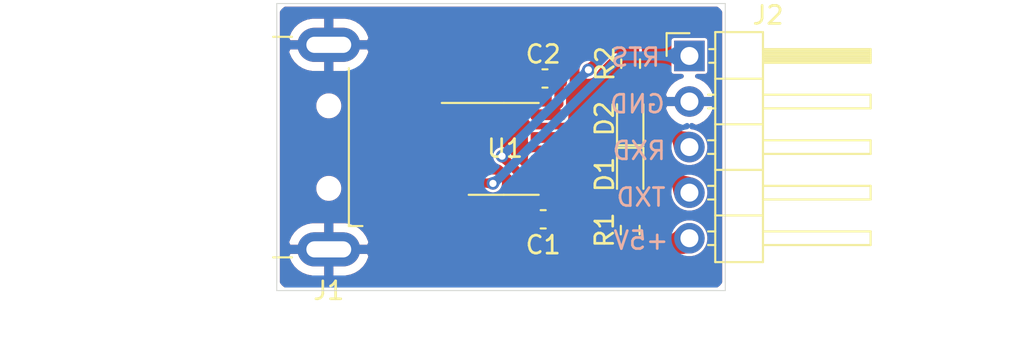
<source format=kicad_pcb>
(kicad_pcb (version 20171130) (host pcbnew "(5.1.10)-1")

  (general
    (thickness 1.6)
    (drawings 15)
    (tracks 46)
    (zones 0)
    (modules 9)
    (nets 11)
  )

  (page A4)
  (layers
    (0 F.Cu signal)
    (31 B.Cu signal)
    (32 B.Adhes user)
    (33 F.Adhes user)
    (34 B.Paste user)
    (35 F.Paste user)
    (36 B.SilkS user)
    (37 F.SilkS user)
    (38 B.Mask user)
    (39 F.Mask user)
    (40 Dwgs.User user)
    (41 Cmts.User user)
    (42 Eco1.User user)
    (43 Eco2.User user)
    (44 Edge.Cuts user)
    (45 Margin user)
    (46 B.CrtYd user)
    (47 F.CrtYd user)
    (48 B.Fab user hide)
    (49 F.Fab user hide)
  )

  (setup
    (last_trace_width 0.25)
    (user_trace_width 0.2)
    (user_trace_width 0.35)
    (user_trace_width 0.5)
    (user_trace_width 0.6)
    (user_trace_width 0.8)
    (user_trace_width 1)
    (user_trace_width 1.5)
    (user_trace_width 2)
    (trace_clearance 0.15)
    (zone_clearance 0.508)
    (zone_45_only no)
    (trace_min 0.2)
    (via_size 0.7)
    (via_drill 0.4)
    (via_min_size 0.4)
    (via_min_drill 0.3)
    (user_via 0.7 0.4)
    (user_via 0.8 0.5)
    (user_via 0.9 0.6)
    (user_via 1 0.7)
    (uvia_size 0.3)
    (uvia_drill 0.1)
    (uvias_allowed no)
    (uvia_min_size 0.2)
    (uvia_min_drill 0.1)
    (edge_width 0.05)
    (segment_width 0.2)
    (pcb_text_width 0.3)
    (pcb_text_size 1.5 1.5)
    (mod_edge_width 0.12)
    (mod_text_size 1 1)
    (mod_text_width 0.15)
    (pad_size 1.524 1.524)
    (pad_drill 0.762)
    (pad_to_mask_clearance 0.05)
    (solder_mask_min_width 0.1)
    (aux_axis_origin 0 0)
    (visible_elements 7FFFFFFF)
    (pcbplotparams
      (layerselection 0x010fc_ffffffff)
      (usegerberextensions false)
      (usegerberattributes true)
      (usegerberadvancedattributes true)
      (creategerberjobfile true)
      (excludeedgelayer true)
      (linewidth 0.100000)
      (plotframeref false)
      (viasonmask false)
      (mode 1)
      (useauxorigin false)
      (hpglpennumber 1)
      (hpglpenspeed 20)
      (hpglpendiameter 15.000000)
      (psnegative false)
      (psa4output false)
      (plotreference true)
      (plotvalue true)
      (plotinvisibletext false)
      (padsonsilk false)
      (subtractmaskfromsilk true)
      (outputformat 1)
      (mirror false)
      (drillshape 0)
      (scaleselection 1)
      (outputdirectory "Gerber/"))
  )

  (net 0 "")
  (net 1 GND)
  (net 2 +5V)
  (net 3 "Net-(C2-Pad1)")
  (net 4 "Net-(D1-Pad2)")
  (net 5 /TXD)
  (net 6 "Net-(D2-Pad2)")
  (net 7 /RXD)
  (net 8 /RTS)
  (net 9 /D+)
  (net 10 /D-)

  (net_class Default "This is the default net class."
    (clearance 0.15)
    (trace_width 0.25)
    (via_dia 0.7)
    (via_drill 0.4)
    (uvia_dia 0.3)
    (uvia_drill 0.1)
    (diff_pair_width 0.28)
    (diff_pair_gap 0.15)
    (add_net +5V)
    (add_net /D+)
    (add_net /D-)
    (add_net /RTS)
    (add_net /RXD)
    (add_net /TXD)
    (add_net GND)
    (add_net "Net-(C2-Pad1)")
    (add_net "Net-(D1-Pad2)")
    (add_net "Net-(D2-Pad2)")
  )

  (module LED_SMD:LED_0603_1608Metric (layer F.Cu) (tedit 5F68FEF1) (tstamp 615F6AC2)
    (at 119.7 90.4125 90)
    (descr "LED SMD 0603 (1608 Metric), square (rectangular) end terminal, IPC_7351 nominal, (Body size source: http://www.tortai-tech.com/upload/download/2011102023233369053.pdf), generated with kicad-footprint-generator")
    (tags LED)
    (path /615E8E5C)
    (attr smd)
    (fp_text reference D2 (at 0 -1.43 90) (layer F.SilkS)
      (effects (font (size 1 1) (thickness 0.15)))
    )
    (fp_text value LED (at 0 1.43 90) (layer F.Fab)
      (effects (font (size 1 1) (thickness 0.15)))
    )
    (fp_line (start 1.48 0.73) (end -1.48 0.73) (layer F.CrtYd) (width 0.05))
    (fp_line (start 1.48 -0.73) (end 1.48 0.73) (layer F.CrtYd) (width 0.05))
    (fp_line (start -1.48 -0.73) (end 1.48 -0.73) (layer F.CrtYd) (width 0.05))
    (fp_line (start -1.48 0.73) (end -1.48 -0.73) (layer F.CrtYd) (width 0.05))
    (fp_line (start -1.485 0.735) (end 0.8 0.735) (layer F.SilkS) (width 0.12))
    (fp_line (start -1.485 -0.735) (end -1.485 0.735) (layer F.SilkS) (width 0.12))
    (fp_line (start 0.8 -0.735) (end -1.485 -0.735) (layer F.SilkS) (width 0.12))
    (fp_line (start 0.8 0.4) (end 0.8 -0.4) (layer F.Fab) (width 0.1))
    (fp_line (start -0.8 0.4) (end 0.8 0.4) (layer F.Fab) (width 0.1))
    (fp_line (start -0.8 -0.1) (end -0.8 0.4) (layer F.Fab) (width 0.1))
    (fp_line (start -0.5 -0.4) (end -0.8 -0.1) (layer F.Fab) (width 0.1))
    (fp_line (start 0.8 -0.4) (end -0.5 -0.4) (layer F.Fab) (width 0.1))
    (fp_text user %R (at 0 0 90) (layer F.Fab)
      (effects (font (size 0.4 0.4) (thickness 0.06)))
    )
    (pad 2 smd roundrect (at 0.7875 0 90) (size 0.875 0.95) (layers F.Cu F.Paste F.Mask) (roundrect_rratio 0.25)
      (net 6 "Net-(D2-Pad2)"))
    (pad 1 smd roundrect (at -0.7875 0 90) (size 0.875 0.95) (layers F.Cu F.Paste F.Mask) (roundrect_rratio 0.25)
      (net 7 /RXD))
    (model ${KISYS3DMOD}/LED_SMD.3dshapes/LED_0603_1608Metric.wrl
      (at (xyz 0 0 0))
      (scale (xyz 1 1 1))
      (rotate (xyz 0 0 0))
    )
  )

  (module LED_SMD:LED_0603_1608Metric (layer F.Cu) (tedit 5F68FEF1) (tstamp 615FBFD6)
    (at 119.7 93.525 270)
    (descr "LED SMD 0603 (1608 Metric), square (rectangular) end terminal, IPC_7351 nominal, (Body size source: http://www.tortai-tech.com/upload/download/2011102023233369053.pdf), generated with kicad-footprint-generator")
    (tags LED)
    (path /6160512A)
    (attr smd)
    (fp_text reference D1 (at 0 1.425 90) (layer F.SilkS)
      (effects (font (size 1 1) (thickness 0.15)))
    )
    (fp_text value LED (at 0.075 -1.4 90) (layer F.Fab)
      (effects (font (size 1 1) (thickness 0.15)))
    )
    (fp_line (start 0.8 -0.4) (end -0.5 -0.4) (layer F.Fab) (width 0.1))
    (fp_line (start -0.5 -0.4) (end -0.8 -0.1) (layer F.Fab) (width 0.1))
    (fp_line (start -0.8 -0.1) (end -0.8 0.4) (layer F.Fab) (width 0.1))
    (fp_line (start -0.8 0.4) (end 0.8 0.4) (layer F.Fab) (width 0.1))
    (fp_line (start 0.8 0.4) (end 0.8 -0.4) (layer F.Fab) (width 0.1))
    (fp_line (start 0.8 -0.735) (end -1.485 -0.735) (layer F.SilkS) (width 0.12))
    (fp_line (start -1.485 -0.735) (end -1.485 0.735) (layer F.SilkS) (width 0.12))
    (fp_line (start -1.485 0.735) (end 0.8 0.735) (layer F.SilkS) (width 0.12))
    (fp_line (start -1.48 0.73) (end -1.48 -0.73) (layer F.CrtYd) (width 0.05))
    (fp_line (start -1.48 -0.73) (end 1.48 -0.73) (layer F.CrtYd) (width 0.05))
    (fp_line (start 1.48 -0.73) (end 1.48 0.73) (layer F.CrtYd) (width 0.05))
    (fp_line (start 1.48 0.73) (end -1.48 0.73) (layer F.CrtYd) (width 0.05))
    (fp_text user %R (at 0 0 90) (layer F.Fab)
      (effects (font (size 0.4 0.4) (thickness 0.06)))
    )
    (pad 1 smd roundrect (at -0.7875 0 270) (size 0.875 0.95) (layers F.Cu F.Paste F.Mask) (roundrect_rratio 0.25)
      (net 5 /TXD))
    (pad 2 smd roundrect (at 0.7875 0 270) (size 0.875 0.95) (layers F.Cu F.Paste F.Mask) (roundrect_rratio 0.25)
      (net 4 "Net-(D1-Pad2)"))
    (model ${KISYS3DMOD}/LED_SMD.3dshapes/LED_0603_1608Metric.wrl
      (at (xyz 0 0 0))
      (scale (xyz 1 1 1))
      (rotate (xyz 0 0 0))
    )
  )

  (module Package_SO:SOIC-8_3.9x4.9mm_P1.27mm (layer F.Cu) (tedit 5D9F72B1) (tstamp 615FAA0D)
    (at 112.65 92.1)
    (descr "SOIC, 8 Pin (JEDEC MS-012AA, https://www.analog.com/media/en/package-pcb-resources/package/pkg_pdf/soic_narrow-r/r_8.pdf), generated with kicad-footprint-generator ipc_gullwing_generator.py")
    (tags "SOIC SO")
    (path /615E984F)
    (attr smd)
    (fp_text reference U1 (at 0.075 -0.025) (layer F.SilkS)
      (effects (font (size 1 1) (thickness 0.15)))
    )
    (fp_text value CH330N (at 0 3.4) (layer F.Fab)
      (effects (font (size 1 1) (thickness 0.15)))
    )
    (fp_line (start 0 2.56) (end 1.95 2.56) (layer F.SilkS) (width 0.12))
    (fp_line (start 0 2.56) (end -1.95 2.56) (layer F.SilkS) (width 0.12))
    (fp_line (start 0 -2.56) (end 1.95 -2.56) (layer F.SilkS) (width 0.12))
    (fp_line (start 0 -2.56) (end -3.45 -2.56) (layer F.SilkS) (width 0.12))
    (fp_line (start -0.975 -2.45) (end 1.95 -2.45) (layer F.Fab) (width 0.1))
    (fp_line (start 1.95 -2.45) (end 1.95 2.45) (layer F.Fab) (width 0.1))
    (fp_line (start 1.95 2.45) (end -1.95 2.45) (layer F.Fab) (width 0.1))
    (fp_line (start -1.95 2.45) (end -1.95 -1.475) (layer F.Fab) (width 0.1))
    (fp_line (start -1.95 -1.475) (end -0.975 -2.45) (layer F.Fab) (width 0.1))
    (fp_line (start -3.7 -2.7) (end -3.7 2.7) (layer F.CrtYd) (width 0.05))
    (fp_line (start -3.7 2.7) (end 3.7 2.7) (layer F.CrtYd) (width 0.05))
    (fp_line (start 3.7 2.7) (end 3.7 -2.7) (layer F.CrtYd) (width 0.05))
    (fp_line (start 3.7 -2.7) (end -3.7 -2.7) (layer F.CrtYd) (width 0.05))
    (fp_text user %R (at 0 0) (layer F.Fab)
      (effects (font (size 0.98 0.98) (thickness 0.15)))
    )
    (pad 1 smd roundrect (at -2.475 -1.905) (size 1.95 0.6) (layers F.Cu F.Paste F.Mask) (roundrect_rratio 0.25)
      (net 9 /D+))
    (pad 2 smd roundrect (at -2.475 -0.635) (size 1.95 0.6) (layers F.Cu F.Paste F.Mask) (roundrect_rratio 0.25)
      (net 10 /D-))
    (pad 3 smd roundrect (at -2.475 0.635) (size 1.95 0.6) (layers F.Cu F.Paste F.Mask) (roundrect_rratio 0.25)
      (net 1 GND))
    (pad 4 smd roundrect (at -2.475 1.905) (size 1.95 0.6) (layers F.Cu F.Paste F.Mask) (roundrect_rratio 0.25)
      (net 8 /RTS))
    (pad 5 smd roundrect (at 2.475 1.905) (size 1.95 0.6) (layers F.Cu F.Paste F.Mask) (roundrect_rratio 0.25)
      (net 2 +5V))
    (pad 6 smd roundrect (at 2.475 0.635) (size 1.95 0.6) (layers F.Cu F.Paste F.Mask) (roundrect_rratio 0.25)
      (net 5 /TXD))
    (pad 7 smd roundrect (at 2.475 -0.635) (size 1.95 0.6) (layers F.Cu F.Paste F.Mask) (roundrect_rratio 0.25)
      (net 7 /RXD))
    (pad 8 smd roundrect (at 2.475 -1.905) (size 1.95 0.6) (layers F.Cu F.Paste F.Mask) (roundrect_rratio 0.25)
      (net 3 "Net-(C2-Pad1)"))
    (model ${KISYS3DMOD}/Package_SO.3dshapes/SOIC-8_3.9x4.9mm_P1.27mm.wrl
      (at (xyz 0 0 0))
      (scale (xyz 1 1 1))
      (rotate (xyz 0 0 0))
    )
  )

  (module Resistor_SMD:R_0603_1608Metric (layer F.Cu) (tedit 5F68FEEE) (tstamp 615F6B72)
    (at 119.725 87.35 270)
    (descr "Resistor SMD 0603 (1608 Metric), square (rectangular) end terminal, IPC_7351 nominal, (Body size source: IPC-SM-782 page 72, https://www.pcb-3d.com/wordpress/wp-content/uploads/ipc-sm-782a_amendment_1_and_2.pdf), generated with kicad-footprint-generator")
    (tags resistor)
    (path /615E881C)
    (attr smd)
    (fp_text reference R2 (at 0 1.425 90) (layer F.SilkS)
      (effects (font (size 1 1) (thickness 0.15)))
    )
    (fp_text value 4.7K (at 0.05 -1.375 90) (layer F.Fab)
      (effects (font (size 1 1) (thickness 0.15)))
    )
    (fp_line (start 1.48 0.73) (end -1.48 0.73) (layer F.CrtYd) (width 0.05))
    (fp_line (start 1.48 -0.73) (end 1.48 0.73) (layer F.CrtYd) (width 0.05))
    (fp_line (start -1.48 -0.73) (end 1.48 -0.73) (layer F.CrtYd) (width 0.05))
    (fp_line (start -1.48 0.73) (end -1.48 -0.73) (layer F.CrtYd) (width 0.05))
    (fp_line (start -0.237258 0.5225) (end 0.237258 0.5225) (layer F.SilkS) (width 0.12))
    (fp_line (start -0.237258 -0.5225) (end 0.237258 -0.5225) (layer F.SilkS) (width 0.12))
    (fp_line (start 0.8 0.4125) (end -0.8 0.4125) (layer F.Fab) (width 0.1))
    (fp_line (start 0.8 -0.4125) (end 0.8 0.4125) (layer F.Fab) (width 0.1))
    (fp_line (start -0.8 -0.4125) (end 0.8 -0.4125) (layer F.Fab) (width 0.1))
    (fp_line (start -0.8 0.4125) (end -0.8 -0.4125) (layer F.Fab) (width 0.1))
    (fp_text user %R (at 0 0 90) (layer F.Fab)
      (effects (font (size 0.4 0.4) (thickness 0.06)))
    )
    (pad 2 smd roundrect (at 0.825 0 270) (size 0.8 0.95) (layers F.Cu F.Paste F.Mask) (roundrect_rratio 0.25)
      (net 6 "Net-(D2-Pad2)"))
    (pad 1 smd roundrect (at -0.825 0 270) (size 0.8 0.95) (layers F.Cu F.Paste F.Mask) (roundrect_rratio 0.25)
      (net 2 +5V))
    (model ${KISYS3DMOD}/Resistor_SMD.3dshapes/R_0603_1608Metric.wrl
      (at (xyz 0 0 0))
      (scale (xyz 1 1 1))
      (rotate (xyz 0 0 0))
    )
  )

  (module Resistor_SMD:R_0603_1608Metric (layer F.Cu) (tedit 5F68FEEE) (tstamp 615F6B61)
    (at 119.7 96.625 90)
    (descr "Resistor SMD 0603 (1608 Metric), square (rectangular) end terminal, IPC_7351 nominal, (Body size source: IPC-SM-782 page 72, https://www.pcb-3d.com/wordpress/wp-content/uploads/ipc-sm-782a_amendment_1_and_2.pdf), generated with kicad-footprint-generator")
    (tags resistor)
    (path /61605124)
    (attr smd)
    (fp_text reference R1 (at 0 -1.43 90) (layer F.SilkS)
      (effects (font (size 1 1) (thickness 0.15)))
    )
    (fp_text value 4.7K (at 0 1.43 90) (layer F.Fab)
      (effects (font (size 1 1) (thickness 0.15)))
    )
    (fp_line (start 1.48 0.73) (end -1.48 0.73) (layer F.CrtYd) (width 0.05))
    (fp_line (start 1.48 -0.73) (end 1.48 0.73) (layer F.CrtYd) (width 0.05))
    (fp_line (start -1.48 -0.73) (end 1.48 -0.73) (layer F.CrtYd) (width 0.05))
    (fp_line (start -1.48 0.73) (end -1.48 -0.73) (layer F.CrtYd) (width 0.05))
    (fp_line (start -0.237258 0.5225) (end 0.237258 0.5225) (layer F.SilkS) (width 0.12))
    (fp_line (start -0.237258 -0.5225) (end 0.237258 -0.5225) (layer F.SilkS) (width 0.12))
    (fp_line (start 0.8 0.4125) (end -0.8 0.4125) (layer F.Fab) (width 0.1))
    (fp_line (start 0.8 -0.4125) (end 0.8 0.4125) (layer F.Fab) (width 0.1))
    (fp_line (start -0.8 -0.4125) (end 0.8 -0.4125) (layer F.Fab) (width 0.1))
    (fp_line (start -0.8 0.4125) (end -0.8 -0.4125) (layer F.Fab) (width 0.1))
    (fp_text user %R (at 0 0 90) (layer F.Fab)
      (effects (font (size 0.4 0.4) (thickness 0.06)))
    )
    (pad 2 smd roundrect (at 0.825 0 90) (size 0.8 0.95) (layers F.Cu F.Paste F.Mask) (roundrect_rratio 0.25)
      (net 4 "Net-(D1-Pad2)"))
    (pad 1 smd roundrect (at -0.825 0 90) (size 0.8 0.95) (layers F.Cu F.Paste F.Mask) (roundrect_rratio 0.25)
      (net 2 +5V))
    (model ${KISYS3DMOD}/Resistor_SMD.3dshapes/R_0603_1608Metric.wrl
      (at (xyz 0 0 0))
      (scale (xyz 1 1 1))
      (rotate (xyz 0 0 0))
    )
  )

  (module Connector_PinHeader_2.54mm:PinHeader_1x05_P2.54mm_Horizontal (layer F.Cu) (tedit 59FED5CB) (tstamp 615F6B50)
    (at 123 86.92)
    (descr "Through hole angled pin header, 1x05, 2.54mm pitch, 6mm pin length, single row")
    (tags "Through hole angled pin header THT 1x05 2.54mm single row")
    (path /615EB46B)
    (fp_text reference J2 (at 4.385 -2.27) (layer F.SilkS)
      (effects (font (size 1 1) (thickness 0.15)))
    )
    (fp_text value Conn_01x05 (at 4.385 12.43) (layer F.Fab)
      (effects (font (size 1 1) (thickness 0.15)))
    )
    (fp_line (start 10.55 -1.8) (end -1.8 -1.8) (layer F.CrtYd) (width 0.05))
    (fp_line (start 10.55 11.95) (end 10.55 -1.8) (layer F.CrtYd) (width 0.05))
    (fp_line (start -1.8 11.95) (end 10.55 11.95) (layer F.CrtYd) (width 0.05))
    (fp_line (start -1.8 -1.8) (end -1.8 11.95) (layer F.CrtYd) (width 0.05))
    (fp_line (start -1.27 -1.27) (end 0 -1.27) (layer F.SilkS) (width 0.12))
    (fp_line (start -1.27 0) (end -1.27 -1.27) (layer F.SilkS) (width 0.12))
    (fp_line (start 1.042929 10.54) (end 1.44 10.54) (layer F.SilkS) (width 0.12))
    (fp_line (start 1.042929 9.78) (end 1.44 9.78) (layer F.SilkS) (width 0.12))
    (fp_line (start 10.1 10.54) (end 4.1 10.54) (layer F.SilkS) (width 0.12))
    (fp_line (start 10.1 9.78) (end 10.1 10.54) (layer F.SilkS) (width 0.12))
    (fp_line (start 4.1 9.78) (end 10.1 9.78) (layer F.SilkS) (width 0.12))
    (fp_line (start 1.44 8.89) (end 4.1 8.89) (layer F.SilkS) (width 0.12))
    (fp_line (start 1.042929 8) (end 1.44 8) (layer F.SilkS) (width 0.12))
    (fp_line (start 1.042929 7.24) (end 1.44 7.24) (layer F.SilkS) (width 0.12))
    (fp_line (start 10.1 8) (end 4.1 8) (layer F.SilkS) (width 0.12))
    (fp_line (start 10.1 7.24) (end 10.1 8) (layer F.SilkS) (width 0.12))
    (fp_line (start 4.1 7.24) (end 10.1 7.24) (layer F.SilkS) (width 0.12))
    (fp_line (start 1.44 6.35) (end 4.1 6.35) (layer F.SilkS) (width 0.12))
    (fp_line (start 1.042929 5.46) (end 1.44 5.46) (layer F.SilkS) (width 0.12))
    (fp_line (start 1.042929 4.7) (end 1.44 4.7) (layer F.SilkS) (width 0.12))
    (fp_line (start 10.1 5.46) (end 4.1 5.46) (layer F.SilkS) (width 0.12))
    (fp_line (start 10.1 4.7) (end 10.1 5.46) (layer F.SilkS) (width 0.12))
    (fp_line (start 4.1 4.7) (end 10.1 4.7) (layer F.SilkS) (width 0.12))
    (fp_line (start 1.44 3.81) (end 4.1 3.81) (layer F.SilkS) (width 0.12))
    (fp_line (start 1.042929 2.92) (end 1.44 2.92) (layer F.SilkS) (width 0.12))
    (fp_line (start 1.042929 2.16) (end 1.44 2.16) (layer F.SilkS) (width 0.12))
    (fp_line (start 10.1 2.92) (end 4.1 2.92) (layer F.SilkS) (width 0.12))
    (fp_line (start 10.1 2.16) (end 10.1 2.92) (layer F.SilkS) (width 0.12))
    (fp_line (start 4.1 2.16) (end 10.1 2.16) (layer F.SilkS) (width 0.12))
    (fp_line (start 1.44 1.27) (end 4.1 1.27) (layer F.SilkS) (width 0.12))
    (fp_line (start 1.11 0.38) (end 1.44 0.38) (layer F.SilkS) (width 0.12))
    (fp_line (start 1.11 -0.38) (end 1.44 -0.38) (layer F.SilkS) (width 0.12))
    (fp_line (start 4.1 0.28) (end 10.1 0.28) (layer F.SilkS) (width 0.12))
    (fp_line (start 4.1 0.16) (end 10.1 0.16) (layer F.SilkS) (width 0.12))
    (fp_line (start 4.1 0.04) (end 10.1 0.04) (layer F.SilkS) (width 0.12))
    (fp_line (start 4.1 -0.08) (end 10.1 -0.08) (layer F.SilkS) (width 0.12))
    (fp_line (start 4.1 -0.2) (end 10.1 -0.2) (layer F.SilkS) (width 0.12))
    (fp_line (start 4.1 -0.32) (end 10.1 -0.32) (layer F.SilkS) (width 0.12))
    (fp_line (start 10.1 0.38) (end 4.1 0.38) (layer F.SilkS) (width 0.12))
    (fp_line (start 10.1 -0.38) (end 10.1 0.38) (layer F.SilkS) (width 0.12))
    (fp_line (start 4.1 -0.38) (end 10.1 -0.38) (layer F.SilkS) (width 0.12))
    (fp_line (start 4.1 -1.33) (end 1.44 -1.33) (layer F.SilkS) (width 0.12))
    (fp_line (start 4.1 11.49) (end 4.1 -1.33) (layer F.SilkS) (width 0.12))
    (fp_line (start 1.44 11.49) (end 4.1 11.49) (layer F.SilkS) (width 0.12))
    (fp_line (start 1.44 -1.33) (end 1.44 11.49) (layer F.SilkS) (width 0.12))
    (fp_line (start 4.04 10.48) (end 10.04 10.48) (layer F.Fab) (width 0.1))
    (fp_line (start 10.04 9.84) (end 10.04 10.48) (layer F.Fab) (width 0.1))
    (fp_line (start 4.04 9.84) (end 10.04 9.84) (layer F.Fab) (width 0.1))
    (fp_line (start -0.32 10.48) (end 1.5 10.48) (layer F.Fab) (width 0.1))
    (fp_line (start -0.32 9.84) (end -0.32 10.48) (layer F.Fab) (width 0.1))
    (fp_line (start -0.32 9.84) (end 1.5 9.84) (layer F.Fab) (width 0.1))
    (fp_line (start 4.04 7.94) (end 10.04 7.94) (layer F.Fab) (width 0.1))
    (fp_line (start 10.04 7.3) (end 10.04 7.94) (layer F.Fab) (width 0.1))
    (fp_line (start 4.04 7.3) (end 10.04 7.3) (layer F.Fab) (width 0.1))
    (fp_line (start -0.32 7.94) (end 1.5 7.94) (layer F.Fab) (width 0.1))
    (fp_line (start -0.32 7.3) (end -0.32 7.94) (layer F.Fab) (width 0.1))
    (fp_line (start -0.32 7.3) (end 1.5 7.3) (layer F.Fab) (width 0.1))
    (fp_line (start 4.04 5.4) (end 10.04 5.4) (layer F.Fab) (width 0.1))
    (fp_line (start 10.04 4.76) (end 10.04 5.4) (layer F.Fab) (width 0.1))
    (fp_line (start 4.04 4.76) (end 10.04 4.76) (layer F.Fab) (width 0.1))
    (fp_line (start -0.32 5.4) (end 1.5 5.4) (layer F.Fab) (width 0.1))
    (fp_line (start -0.32 4.76) (end -0.32 5.4) (layer F.Fab) (width 0.1))
    (fp_line (start -0.32 4.76) (end 1.5 4.76) (layer F.Fab) (width 0.1))
    (fp_line (start 4.04 2.86) (end 10.04 2.86) (layer F.Fab) (width 0.1))
    (fp_line (start 10.04 2.22) (end 10.04 2.86) (layer F.Fab) (width 0.1))
    (fp_line (start 4.04 2.22) (end 10.04 2.22) (layer F.Fab) (width 0.1))
    (fp_line (start -0.32 2.86) (end 1.5 2.86) (layer F.Fab) (width 0.1))
    (fp_line (start -0.32 2.22) (end -0.32 2.86) (layer F.Fab) (width 0.1))
    (fp_line (start -0.32 2.22) (end 1.5 2.22) (layer F.Fab) (width 0.1))
    (fp_line (start 4.04 0.32) (end 10.04 0.32) (layer F.Fab) (width 0.1))
    (fp_line (start 10.04 -0.32) (end 10.04 0.32) (layer F.Fab) (width 0.1))
    (fp_line (start 4.04 -0.32) (end 10.04 -0.32) (layer F.Fab) (width 0.1))
    (fp_line (start -0.32 0.32) (end 1.5 0.32) (layer F.Fab) (width 0.1))
    (fp_line (start -0.32 -0.32) (end -0.32 0.32) (layer F.Fab) (width 0.1))
    (fp_line (start -0.32 -0.32) (end 1.5 -0.32) (layer F.Fab) (width 0.1))
    (fp_line (start 1.5 -0.635) (end 2.135 -1.27) (layer F.Fab) (width 0.1))
    (fp_line (start 1.5 11.43) (end 1.5 -0.635) (layer F.Fab) (width 0.1))
    (fp_line (start 4.04 11.43) (end 1.5 11.43) (layer F.Fab) (width 0.1))
    (fp_line (start 4.04 -1.27) (end 4.04 11.43) (layer F.Fab) (width 0.1))
    (fp_line (start 2.135 -1.27) (end 4.04 -1.27) (layer F.Fab) (width 0.1))
    (fp_text user %R (at 2.77 5.08 90) (layer F.Fab)
      (effects (font (size 1 1) (thickness 0.15)))
    )
    (pad 5 thru_hole oval (at 0 10.16) (size 1.7 1.7) (drill 1) (layers *.Cu *.Mask)
      (net 2 +5V))
    (pad 4 thru_hole oval (at 0 7.62) (size 1.7 1.7) (drill 1) (layers *.Cu *.Mask)
      (net 5 /TXD))
    (pad 3 thru_hole oval (at 0 5.08) (size 1.7 1.7) (drill 1) (layers *.Cu *.Mask)
      (net 7 /RXD))
    (pad 2 thru_hole oval (at 0 2.54) (size 1.7 1.7) (drill 1) (layers *.Cu *.Mask)
      (net 1 GND))
    (pad 1 thru_hole rect (at 0 0) (size 1.7 1.7) (drill 1) (layers *.Cu *.Mask)
      (net 8 /RTS))
    (model ${KISYS3DMOD}/Connector_PinHeader_2.54mm.3dshapes/PinHeader_1x05_P2.54mm_Horizontal.wrl
      (at (xyz 0 0 0))
      (scale (xyz 1 1 1))
      (rotate (xyz 0 0 0))
    )
  )

  (module Connector_USB:USB_A_CNCTech_1001-011-01101_Horizontal (layer F.Cu) (tedit 5E754393) (tstamp 615F74CC)
    (at 96 92 180)
    (descr "USB type A Plug, Horizontal, http://cnctech.us/pdfs/1001-011-01101.pdf")
    (tags USB-A)
    (path /615E7484)
    (attr smd)
    (fp_text reference J1 (at -6.9 -8) (layer F.SilkS)
      (effects (font (size 1 1) (thickness 0.15)))
    )
    (fp_text value USB_A (at 0 8 180) (layer F.Fab)
      (effects (font (size 1 1) (thickness 0.15)))
    )
    (fp_line (start -7.9 6.025) (end -7.9 -6.025) (layer F.Fab) (width 0.1))
    (fp_line (start -7.9 -6.025) (end 10.9 -6.025) (layer F.Fab) (width 0.1))
    (fp_line (start -7.9 6.025) (end 10.9 6.025) (layer F.Fab) (width 0.1))
    (fp_line (start 10.9 6.025) (end 10.9 -6.025) (layer F.Fab) (width 0.1))
    (fp_line (start -10.4 3.75) (end -10.4 3.25) (layer F.Fab) (width 0.1))
    (fp_line (start -10.4 3.25) (end -7.9 3.25) (layer F.Fab) (width 0.1))
    (fp_line (start -10.4 3.75) (end -7.9 3.75) (layer F.Fab) (width 0.1))
    (fp_line (start -10.4 0.75) (end -7.9 0.75) (layer F.Fab) (width 0.1))
    (fp_line (start -10.4 1.25) (end -10.4 0.75) (layer F.Fab) (width 0.1))
    (fp_line (start -10.4 1.25) (end -7.9 1.25) (layer F.Fab) (width 0.1))
    (fp_line (start -10.4 -0.75) (end -10.4 -1.25) (layer F.Fab) (width 0.1))
    (fp_line (start -10.4 -0.75) (end -7.9 -0.75) (layer F.Fab) (width 0.1))
    (fp_line (start -10.4 -1.25) (end -7.9 -1.25) (layer F.Fab) (width 0.1))
    (fp_line (start -10.4 -3.75) (end -7.9 -3.75) (layer F.Fab) (width 0.1))
    (fp_line (start -10.4 -3.25) (end -10.4 -3.75) (layer F.Fab) (width 0.1))
    (fp_line (start -10.4 -3.25) (end -7.9 -3.25) (layer F.Fab) (width 0.1))
    (fp_circle (center -6.9 -2.3) (end -6.9 -2.8) (layer F.Fab) (width 0.1))
    (fp_circle (center -6.9 2.3) (end -6.9 2.8) (layer F.Fab) (width 0.1))
    (fp_line (start -8.02 -4.4) (end -8.02 4.4) (layer F.SilkS) (width 0.12))
    (fp_line (start -3.8 6.025) (end -3.8 -6.025) (layer Dwgs.User) (width 0.1))
    (fp_line (start -4.85 -6.145) (end -3.8 -6.145) (layer F.SilkS) (width 0.12))
    (fp_line (start -4.85 6.145) (end -3.8 6.145) (layer F.SilkS) (width 0.12))
    (fp_line (start -11.4 4.55) (end -11.4 -4.55) (layer F.CrtYd) (width 0.05))
    (fp_line (start -11.4 -4.55) (end -9.15 -4.55) (layer F.CrtYd) (width 0.05))
    (fp_line (start -9.15 -7.15) (end -9.15 -4.55) (layer F.CrtYd) (width 0.05))
    (fp_line (start -9.15 -7.15) (end -4.65 -7.15) (layer F.CrtYd) (width 0.05))
    (fp_line (start -4.65 -6.52) (end -4.65 -7.15) (layer F.CrtYd) (width 0.05))
    (fp_line (start -4.65 -6.52) (end 11.4 -6.52) (layer F.CrtYd) (width 0.05))
    (fp_line (start 11.4 6.52) (end 11.4 -6.52) (layer F.CrtYd) (width 0.05))
    (fp_line (start -4.65 6.52) (end 11.4 6.52) (layer F.CrtYd) (width 0.05))
    (fp_line (start -4.65 7.15) (end -4.65 6.52) (layer F.CrtYd) (width 0.05))
    (fp_line (start -9.15 7.15) (end -4.65 7.15) (layer F.CrtYd) (width 0.05))
    (fp_line (start -9.15 4.55) (end -9.15 7.15) (layer F.CrtYd) (width 0.05))
    (fp_line (start -11.4 4.55) (end -9.15 4.55) (layer F.CrtYd) (width 0.05))
    (fp_line (start -8.02 -4.4) (end -8.775 -4.4) (layer F.SilkS) (width 0.12))
    (fp_line (start -7.75 -3.5) (end -7.25 -3) (layer F.Fab) (width 0.1))
    (fp_line (start -7.75 -3.5) (end -7.25 -4) (layer F.Fab) (width 0.1))
    (fp_line (start -7.25 -4) (end -7.25 -3.05) (layer F.Fab) (width 0.1))
    (fp_text user "PCB Edge" (at -4.55 -0.05 90) (layer Dwgs.User)
      (effects (font (size 0.6 0.6) (thickness 0.09)))
    )
    (fp_text user %R (at -6 0 90) (layer F.Fab)
      (effects (font (size 1 1) (thickness 0.15)))
    )
    (pad 2 smd rect (at -9.65 -1 180) (size 2.5 1.1) (layers F.Cu F.Paste F.Mask)
      (net 10 /D-))
    (pad 3 smd rect (at -9.65 1 180) (size 2.5 1.1) (layers F.Cu F.Paste F.Mask)
      (net 9 /D+))
    (pad 1 smd rect (at -9.65 -3.5 180) (size 2.5 1.1) (layers F.Cu F.Paste F.Mask)
      (net 2 +5V))
    (pad 4 smd rect (at -9.65 3.5 180) (size 2.5 1.1) (layers F.Cu F.Paste F.Mask)
      (net 1 GND))
    (pad 5 thru_hole oval (at -6.9 -5.7 180) (size 3.5 1.9) (drill oval 2.5 0.9) (layers *.Cu *.Mask)
      (net 1 GND))
    (pad 5 thru_hole oval (at -6.9 5.7 180) (size 3.5 1.9) (drill oval 2.5 0.9) (layers *.Cu *.Mask)
      (net 1 GND))
    (pad "" np_thru_hole circle (at -6.9 -2.3 180) (size 1.1 1.1) (drill 1.1) (layers *.Cu *.Mask))
    (pad "" np_thru_hole circle (at -6.9 2.3 180) (size 1.1 1.1) (drill 1.1) (layers *.Cu *.Mask))
    (model ${KISYS3DMOD}/Connector_USB.3dshapes/USB_A_CNCTech_1001-011-01101_Horizontal.wrl
      (at (xyz 0 0 0))
      (scale (xyz 1 1 1))
      (rotate (xyz 0 0 0))
    )
  )

  (module Capacitor_SMD:C_0603_1608Metric (layer F.Cu) (tedit 5F68FEEE) (tstamp 615F6A9A)
    (at 114.95 88.175 180)
    (descr "Capacitor SMD 0603 (1608 Metric), square (rectangular) end terminal, IPC_7351 nominal, (Body size source: IPC-SM-782 page 76, https://www.pcb-3d.com/wordpress/wp-content/uploads/ipc-sm-782a_amendment_1_and_2.pdf), generated with kicad-footprint-generator")
    (tags capacitor)
    (path /615E81BC)
    (attr smd)
    (fp_text reference C2 (at 0.1 1.35) (layer F.SilkS)
      (effects (font (size 1 1) (thickness 0.15)))
    )
    (fp_text value C (at 0 1.43) (layer F.Fab)
      (effects (font (size 1 1) (thickness 0.15)))
    )
    (fp_line (start 1.48 0.73) (end -1.48 0.73) (layer F.CrtYd) (width 0.05))
    (fp_line (start 1.48 -0.73) (end 1.48 0.73) (layer F.CrtYd) (width 0.05))
    (fp_line (start -1.48 -0.73) (end 1.48 -0.73) (layer F.CrtYd) (width 0.05))
    (fp_line (start -1.48 0.73) (end -1.48 -0.73) (layer F.CrtYd) (width 0.05))
    (fp_line (start -0.14058 0.51) (end 0.14058 0.51) (layer F.SilkS) (width 0.12))
    (fp_line (start -0.14058 -0.51) (end 0.14058 -0.51) (layer F.SilkS) (width 0.12))
    (fp_line (start 0.8 0.4) (end -0.8 0.4) (layer F.Fab) (width 0.1))
    (fp_line (start 0.8 -0.4) (end 0.8 0.4) (layer F.Fab) (width 0.1))
    (fp_line (start -0.8 -0.4) (end 0.8 -0.4) (layer F.Fab) (width 0.1))
    (fp_line (start -0.8 0.4) (end -0.8 -0.4) (layer F.Fab) (width 0.1))
    (fp_text user %R (at 0 0) (layer F.Fab)
      (effects (font (size 0.4 0.4) (thickness 0.06)))
    )
    (pad 2 smd roundrect (at 0.775 0 180) (size 0.9 0.95) (layers F.Cu F.Paste F.Mask) (roundrect_rratio 0.25)
      (net 1 GND))
    (pad 1 smd roundrect (at -0.775 0 180) (size 0.9 0.95) (layers F.Cu F.Paste F.Mask) (roundrect_rratio 0.25)
      (net 3 "Net-(C2-Pad1)"))
    (model ${KISYS3DMOD}/Capacitor_SMD.3dshapes/C_0603_1608Metric.wrl
      (at (xyz 0 0 0))
      (scale (xyz 1 1 1))
      (rotate (xyz 0 0 0))
    )
  )

  (module Capacitor_SMD:C_0603_1608Metric (layer F.Cu) (tedit 5F68FEEE) (tstamp 615F6A89)
    (at 114.85 96.025 180)
    (descr "Capacitor SMD 0603 (1608 Metric), square (rectangular) end terminal, IPC_7351 nominal, (Body size source: IPC-SM-782 page 76, https://www.pcb-3d.com/wordpress/wp-content/uploads/ipc-sm-782a_amendment_1_and_2.pdf), generated with kicad-footprint-generator")
    (tags capacitor)
    (path /615E7B82)
    (attr smd)
    (fp_text reference C1 (at 0 -1.43) (layer F.SilkS)
      (effects (font (size 1 1) (thickness 0.15)))
    )
    (fp_text value C (at 0 -1.275) (layer F.Fab)
      (effects (font (size 1 1) (thickness 0.15)))
    )
    (fp_line (start 1.48 0.73) (end -1.48 0.73) (layer F.CrtYd) (width 0.05))
    (fp_line (start 1.48 -0.73) (end 1.48 0.73) (layer F.CrtYd) (width 0.05))
    (fp_line (start -1.48 -0.73) (end 1.48 -0.73) (layer F.CrtYd) (width 0.05))
    (fp_line (start -1.48 0.73) (end -1.48 -0.73) (layer F.CrtYd) (width 0.05))
    (fp_line (start -0.14058 0.51) (end 0.14058 0.51) (layer F.SilkS) (width 0.12))
    (fp_line (start -0.14058 -0.51) (end 0.14058 -0.51) (layer F.SilkS) (width 0.12))
    (fp_line (start 0.8 0.4) (end -0.8 0.4) (layer F.Fab) (width 0.1))
    (fp_line (start 0.8 -0.4) (end 0.8 0.4) (layer F.Fab) (width 0.1))
    (fp_line (start -0.8 -0.4) (end 0.8 -0.4) (layer F.Fab) (width 0.1))
    (fp_line (start -0.8 0.4) (end -0.8 -0.4) (layer F.Fab) (width 0.1))
    (fp_text user %R (at 0 0) (layer F.Fab)
      (effects (font (size 0.4 0.4) (thickness 0.06)))
    )
    (pad 2 smd roundrect (at 0.775 0 180) (size 0.9 0.95) (layers F.Cu F.Paste F.Mask) (roundrect_rratio 0.25)
      (net 1 GND))
    (pad 1 smd roundrect (at -0.775 0 180) (size 0.9 0.95) (layers F.Cu F.Paste F.Mask) (roundrect_rratio 0.25)
      (net 2 +5V))
    (model ${KISYS3DMOD}/Capacitor_SMD.3dshapes/C_0603_1608Metric.wrl
      (at (xyz 0 0 0))
      (scale (xyz 1 1 1))
      (rotate (xyz 0 0 0))
    )
  )

  (gr_text +5V (at 120.3 97.2) (layer B.SilkS) (tstamp 615FC74D)
    (effects (font (size 1 1) (thickness 0.15)) (justify mirror))
  )
  (gr_text TXD (at 120.3 94.8) (layer B.SilkS) (tstamp 615FC74D)
    (effects (font (size 1 1) (thickness 0.15)) (justify mirror))
  )
  (gr_text RXD (at 120.2 92.2) (layer B.SilkS) (tstamp 615FC78C)
    (effects (font (size 1 1) (thickness 0.15)) (justify mirror))
  )
  (gr_text GND (at 120.1 89.6) (layer B.SilkS) (tstamp 615FC74D)
    (effects (font (size 1 1) (thickness 0.15)) (justify mirror))
  )
  (gr_text RTS (at 120 87) (layer B.SilkS)
    (effects (font (size 1 1) (thickness 0.15)) (justify mirror))
  )
  (dimension 16 (width 0.15) (layer Dwgs.User)
    (gr_text "16.000 mm" (at 140.3 92 90) (layer Dwgs.User)
      (effects (font (size 1 1) (thickness 0.15)))
    )
    (feature1 (pts (xy 125 84) (xy 139.586421 84)))
    (feature2 (pts (xy 125 100) (xy 139.586421 100)))
    (crossbar (pts (xy 139 100) (xy 139 84)))
    (arrow1a (pts (xy 139 84) (xy 139.586421 85.126504)))
    (arrow1b (pts (xy 139 84) (xy 138.413579 85.126504)))
    (arrow2a (pts (xy 139 100) (xy 139.586421 98.873496)))
    (arrow2b (pts (xy 139 100) (xy 138.413579 98.873496)))
  )
  (dimension 25 (width 0.15) (layer Dwgs.User)
    (gr_text "25.000 mm" (at 112.5 104.3) (layer Dwgs.User)
      (effects (font (size 1 1) (thickness 0.15)))
    )
    (feature1 (pts (xy 125 100) (xy 125 103.586421)))
    (feature2 (pts (xy 100 100) (xy 100 103.586421)))
    (crossbar (pts (xy 100 103) (xy 125 103)))
    (arrow1a (pts (xy 125 103) (xy 123.873496 103.586421)))
    (arrow1b (pts (xy 125 103) (xy 123.873496 102.413579)))
    (arrow2a (pts (xy 100 103) (xy 101.126504 103.586421)))
    (arrow2b (pts (xy 100 103) (xy 101.126504 102.413579)))
  )
  (gr_line (start 100.3 84.3) (end 100.3 99.7) (layer Margin) (width 0.15) (tstamp 615F6EB6))
  (gr_line (start 124.7 84.3) (end 100.3 84.3) (layer Margin) (width 0.15))
  (gr_line (start 124.7 99.7) (end 124.7 84.3) (layer Margin) (width 0.15))
  (gr_line (start 100.3 99.7) (end 124.7 99.7) (layer Margin) (width 0.15))
  (gr_line (start 100 84) (end 100 100) (layer Edge.Cuts) (width 0.05))
  (gr_line (start 125 84) (end 100 84) (layer Edge.Cuts) (width 0.05))
  (gr_line (start 125 100) (end 125 84) (layer Edge.Cuts) (width 0.05))
  (gr_line (start 100 100) (end 125 100) (layer Edge.Cuts) (width 0.05))

  (segment (start 114.175 88.175) (end 114.175 87.925) (width 0.5) (layer F.Cu) (net 1))
  (segment (start 105.65 95.5) (end 107.65 95.5) (width 1) (layer F.Cu) (net 2))
  (segment (start 107.65 95.5) (end 109.6 97.45) (width 1) (layer F.Cu) (net 2))
  (segment (start 115.625 96.025) (end 115.625 97.375) (width 1) (layer F.Cu) (net 2))
  (segment (start 109.6 97.45) (end 115.7 97.45) (width 1) (layer F.Cu) (net 2))
  (segment (start 115.625 94.505) (end 115.125 94.005) (width 0.5) (layer F.Cu) (net 2))
  (segment (start 115.625 96.025) (end 115.625 94.505) (width 0.5) (layer F.Cu) (net 2))
  (segment (start 115.7 97.45) (end 115.625 97.375) (width 1) (layer F.Cu) (net 2))
  (segment (start 119.7 97.45) (end 115.7 97.45) (width 1) (layer F.Cu) (net 2))
  (segment (start 122.63 97.45) (end 123 97.08) (width 1) (layer F.Cu) (net 2))
  (segment (start 119.7 97.45) (end 122.63 97.45) (width 1) (layer F.Cu) (net 2))
  (segment (start 118.539324 86.525) (end 117.369662 87.694662) (width 0.5) (layer F.Cu) (net 2))
  (via (at 112.557162 92.507162) (size 0.7) (drill 0.4) (layers F.Cu B.Cu) (net 2))
  (via (at 117.369662 87.694662) (size 0.7) (drill 0.4) (layers F.Cu B.Cu) (net 2))
  (segment (start 115.125 94.005) (end 114.055 94.005) (width 0.5) (layer F.Cu) (net 2))
  (segment (start 114.055 94.005) (end 112.557162 92.507162) (width 0.5) (layer F.Cu) (net 2))
  (segment (start 119.725 86.525) (end 118.539324 86.525) (width 0.5) (layer F.Cu) (net 2))
  (segment (start 112.557162 92.507162) (end 112.907161 92.157163) (width 0.5) (layer B.Cu) (net 2))
  (segment (start 112.907161 92.157163) (end 117.369662 87.694662) (width 0.5) (layer B.Cu) (net 2))
  (segment (start 115.725 89.595) (end 115.125 90.195) (width 0.5) (layer F.Cu) (net 3))
  (segment (start 115.725 88.175) (end 115.725 89.595) (width 0.5) (layer F.Cu) (net 3))
  (segment (start 119.7 95.8) (end 119.7 94.3125) (width 0.5) (layer F.Cu) (net 4))
  (segment (start 122.76 94.3) (end 123 94.54) (width 0.5) (layer F.Cu) (net 5))
  (segment (start 119.6975 92.735) (end 119.7 92.7375) (width 0.5) (layer F.Cu) (net 5))
  (segment (start 115.125 92.735) (end 119.6975 92.735) (width 0.5) (layer F.Cu) (net 5))
  (segment (start 121.1975 92.7375) (end 123 94.54) (width 0.5) (layer F.Cu) (net 5))
  (segment (start 119.7 92.7375) (end 121.1975 92.7375) (width 0.5) (layer F.Cu) (net 5))
  (segment (start 119.7 88.2) (end 119.725 88.175) (width 0.5) (layer F.Cu) (net 6))
  (segment (start 119.7 89.625) (end 119.7 88.2) (width 0.5) (layer F.Cu) (net 6))
  (segment (start 119.5225 91.465) (end 119.7 91.2875) (width 0.5) (layer F.Cu) (net 7))
  (segment (start 119.435 91.465) (end 119.7 91.2) (width 0.5) (layer F.Cu) (net 7))
  (segment (start 115.125 91.465) (end 119.435 91.465) (width 0.5) (layer F.Cu) (net 7))
  (segment (start 122.2 91.2) (end 123 92) (width 0.5) (layer F.Cu) (net 7))
  (segment (start 119.7 91.2) (end 122.2 91.2) (width 0.5) (layer F.Cu) (net 7))
  (via (at 112.05 94.025) (size 0.7) (drill 0.4) (layers F.Cu B.Cu) (net 8))
  (segment (start 112.03 94.005) (end 112.05 94.025) (width 0.5) (layer F.Cu) (net 8))
  (segment (start 110.175 94.005) (end 112.03 94.005) (width 0.5) (layer F.Cu) (net 8))
  (segment (start 112.1 94.025) (end 119.205 86.92) (width 0.5) (layer B.Cu) (net 8))
  (segment (start 112.05 94.025) (end 112.1 94.025) (width 0.5) (layer B.Cu) (net 8))
  (segment (start 119.205 86.92) (end 123 86.92) (width 0.5) (layer B.Cu) (net 8))
  (segment (start 105.65 91) (end 107.675 91) (width 0.5) (layer F.Cu) (net 9))
  (segment (start 108.48 90.195) (end 110.175 90.195) (width 0.5) (layer F.Cu) (net 9))
  (segment (start 107.675 91) (end 108.48 90.195) (width 0.5) (layer F.Cu) (net 9))
  (segment (start 105.65 93) (end 107.525 93) (width 0.5) (layer F.Cu) (net 10))
  (segment (start 109.06 91.465) (end 110.175 91.465) (width 0.5) (layer F.Cu) (net 10))
  (segment (start 107.525 93) (end 109.06 91.465) (width 0.5) (layer F.Cu) (net 10))

  (zone (net 1) (net_name GND) (layer F.Cu) (tstamp 615F1E6A) (hatch edge 0.508)
    (connect_pads (clearance 0.15))
    (min_thickness 0.254)
    (fill yes (arc_segments 32) (thermal_gap 0.508) (thermal_bridge_width 0.508) (smoothing fillet) (radius 1))
    (polygon
      (pts
        (xy 125 100) (xy 100 100) (xy 100 84) (xy 125 84)
      )
    )
    (filled_polygon
      (pts
        (xy 124.61687 84.38313) (xy 124.698001 84.481988) (xy 124.698 99.518013) (xy 124.61687 99.61687) (xy 124.518013 99.698)
        (xy 100.481987 99.698) (xy 100.38313 99.61687) (xy 100.302 99.518013) (xy 100.302 98.072588) (xy 100.559414 98.072588)
        (xy 100.587051 98.189221) (xy 100.711564 98.474983) (xy 100.889434 98.730962) (xy 101.113825 98.947322) (xy 101.376114 99.115748)
        (xy 101.666222 99.229768) (xy 101.973 99.285) (xy 102.773 99.285) (xy 102.773 97.827) (xy 103.027 97.827)
        (xy 103.027 99.285) (xy 103.827 99.285) (xy 104.133778 99.229768) (xy 104.423886 99.115748) (xy 104.686175 98.947322)
        (xy 104.910566 98.730962) (xy 105.088436 98.474983) (xy 105.212949 98.189221) (xy 105.240586 98.072588) (xy 105.120584 97.827)
        (xy 103.027 97.827) (xy 102.773 97.827) (xy 100.679416 97.827) (xy 100.559414 98.072588) (xy 100.302 98.072588)
        (xy 100.302 97.327412) (xy 100.559414 97.327412) (xy 100.679416 97.573) (xy 102.773 97.573) (xy 102.773 96.115)
        (xy 103.027 96.115) (xy 103.027 97.573) (xy 105.120584 97.573) (xy 105.240586 97.327412) (xy 105.212949 97.210779)
        (xy 105.088436 96.925017) (xy 104.910566 96.669038) (xy 104.686175 96.452678) (xy 104.492544 96.32834) (xy 106.9 96.32834)
        (xy 106.954301 96.322992) (xy 107.006516 96.307153) (xy 107.054637 96.281431) (xy 107.060036 96.277) (xy 107.328157 96.277)
        (xy 109.023592 97.972436) (xy 109.04792 98.00208) (xy 109.077564 98.026408) (xy 109.077565 98.026409) (xy 109.166233 98.099177)
        (xy 109.286928 98.16369) (xy 109.301216 98.171327) (xy 109.447681 98.215757) (xy 109.561834 98.227) (xy 109.561843 98.227)
        (xy 109.599999 98.230758) (xy 109.638155 98.227) (xy 115.661836 98.227) (xy 115.699999 98.230759) (xy 115.738163 98.227)
        (xy 122.591837 98.227) (xy 122.63 98.230759) (xy 122.668163 98.227) (xy 122.668166 98.227) (xy 122.782319 98.215757)
        (xy 122.810444 98.207225) (xy 122.826368 98.207095) (xy 122.988981 98.207) (xy 123.111 98.207) (xy 123.328734 98.16369)
        (xy 123.533835 98.078734) (xy 123.718421 97.955398) (xy 123.875398 97.798421) (xy 123.998734 97.613835) (xy 124.08369 97.408734)
        (xy 124.127 97.191) (xy 124.127 96.969) (xy 124.08369 96.751266) (xy 123.998734 96.546165) (xy 123.875398 96.361579)
        (xy 123.718421 96.204602) (xy 123.533835 96.081266) (xy 123.328734 95.99631) (xy 123.111 95.953) (xy 122.889 95.953)
        (xy 122.671266 95.99631) (xy 122.466165 96.081266) (xy 122.281579 96.204602) (xy 122.124602 96.361579) (xy 122.095785 96.404707)
        (xy 122.05694 96.450923) (xy 122.00155 96.508119) (xy 121.950794 96.551518) (xy 121.901966 96.584428) (xy 121.850496 96.610406)
        (xy 121.790583 96.631824) (xy 121.716783 96.649292) (xy 121.625172 96.662324) (xy 121.513261 96.6703) (xy 121.377272 96.673)
        (xy 116.402 96.673) (xy 116.402 95.986834) (xy 116.390757 95.872681) (xy 116.349597 95.736994) (xy 116.343668 95.676803)
        (xy 116.315026 95.58238) (xy 116.268512 95.495359) (xy 116.205915 95.419085) (xy 116.164017 95.3847) (xy 116.161219 95.364422)
        (xy 116.156125 95.302789) (xy 116.153035 95.226949) (xy 116.152 95.133469) (xy 116.152 94.530881) (xy 116.152052 94.530352)
        (xy 116.187973 94.511152) (xy 116.252882 94.457882) (xy 116.306152 94.392973) (xy 116.345735 94.318919) (xy 116.37011 94.238565)
        (xy 116.37834 94.155) (xy 116.37834 94.09375) (xy 118.94666 94.09375) (xy 118.94666 94.53125) (xy 118.956211 94.628227)
        (xy 118.984499 94.721478) (xy 119.030435 94.807418) (xy 119.092254 94.882746) (xy 119.163519 94.941231) (xy 119.165045 94.953523)
        (xy 119.169502 95.014623) (xy 119.172142 95.089612) (xy 119.172332 95.109943) (xy 119.171272 95.165477) (xy 119.16988 95.196593)
        (xy 119.159249 95.202275) (xy 119.086763 95.261763) (xy 119.027275 95.334249) (xy 118.983071 95.416947) (xy 118.955851 95.50668)
        (xy 118.94666 95.6) (xy 118.94666 96) (xy 118.955851 96.09332) (xy 118.983071 96.183053) (xy 119.027275 96.265751)
        (xy 119.086763 96.338237) (xy 119.159249 96.397725) (xy 119.241947 96.441929) (xy 119.33168 96.469149) (xy 119.425 96.47834)
        (xy 119.975 96.47834) (xy 120.06832 96.469149) (xy 120.158053 96.441929) (xy 120.240751 96.397725) (xy 120.313237 96.338237)
        (xy 120.372725 96.265751) (xy 120.416929 96.183053) (xy 120.444149 96.09332) (xy 120.45334 96) (xy 120.45334 95.6)
        (xy 120.444149 95.50668) (xy 120.416929 95.416947) (xy 120.372725 95.334249) (xy 120.313237 95.261763) (xy 120.240751 95.202275)
        (xy 120.230119 95.196592) (xy 120.228727 95.165477) (xy 120.227667 95.109951) (xy 120.227857 95.089611) (xy 120.230497 95.014623)
        (xy 120.234954 94.953523) (xy 120.23648 94.941232) (xy 120.307746 94.882746) (xy 120.369565 94.807418) (xy 120.415501 94.721478)
        (xy 120.443789 94.628227) (xy 120.45334 94.53125) (xy 120.45334 94.09375) (xy 120.443789 93.996773) (xy 120.415501 93.903522)
        (xy 120.369565 93.817582) (xy 120.307746 93.742254) (xy 120.232418 93.680435) (xy 120.146478 93.634499) (xy 120.053227 93.606211)
        (xy 119.95625 93.59666) (xy 119.44375 93.59666) (xy 119.346773 93.606211) (xy 119.253522 93.634499) (xy 119.167582 93.680435)
        (xy 119.092254 93.742254) (xy 119.030435 93.817582) (xy 118.984499 93.903522) (xy 118.956211 93.996773) (xy 118.94666 94.09375)
        (xy 116.37834 94.09375) (xy 116.37834 93.855) (xy 116.37011 93.771435) (xy 116.345735 93.691081) (xy 116.306152 93.617027)
        (xy 116.252882 93.552118) (xy 116.187973 93.498848) (xy 116.113919 93.459265) (xy 116.033565 93.43489) (xy 115.95 93.42666)
        (xy 114.3 93.42666) (xy 114.228948 93.433658) (xy 113.38029 92.585) (xy 113.87166 92.585) (xy 113.87166 92.885)
        (xy 113.87989 92.968565) (xy 113.904265 93.048919) (xy 113.943848 93.122973) (xy 113.997118 93.187882) (xy 114.062027 93.241152)
        (xy 114.136081 93.280735) (xy 114.216435 93.30511) (xy 114.3 93.31334) (xy 115.95 93.31334) (xy 116.033565 93.30511)
        (xy 116.113919 93.280735) (xy 116.148969 93.262) (xy 118.8287 93.262) (xy 118.920498 93.262857) (xy 118.995503 93.265499)
        (xy 119.056634 93.269969) (xy 119.061778 93.27061) (xy 119.092254 93.307746) (xy 119.167582 93.369565) (xy 119.253522 93.415501)
        (xy 119.346773 93.443789) (xy 119.44375 93.45334) (xy 119.95625 93.45334) (xy 120.053227 93.443789) (xy 120.146478 93.415501)
        (xy 120.232418 93.369565) (xy 120.307746 93.307746) (xy 120.33622 93.27305) (xy 120.341023 93.272454) (xy 120.402123 93.267997)
        (xy 120.477111 93.265357) (xy 120.568806 93.2645) (xy 120.979211 93.2645) (xy 121.428667 93.713956) (xy 121.54888 93.843511)
        (xy 121.63211 93.951272) (xy 121.689511 94.045059) (xy 121.729619 94.131956) (xy 121.759723 94.221173) (xy 121.785071 94.321418)
        (xy 121.809985 94.438043) (xy 121.810168 94.438893) (xy 121.838679 94.570335) (xy 121.8409 94.579773) (xy 121.877708 94.724769)
        (xy 121.881873 94.739464) (xy 121.905747 94.815628) (xy 121.91631 94.868734) (xy 122.001266 95.073835) (xy 122.124602 95.258421)
        (xy 122.281579 95.415398) (xy 122.466165 95.538734) (xy 122.671266 95.62369) (xy 122.889 95.667) (xy 123.111 95.667)
        (xy 123.328734 95.62369) (xy 123.533835 95.538734) (xy 123.718421 95.415398) (xy 123.875398 95.258421) (xy 123.998734 95.073835)
        (xy 124.08369 94.868734) (xy 124.127 94.651) (xy 124.127 94.429) (xy 124.08369 94.211266) (xy 123.998734 94.006165)
        (xy 123.875398 93.821579) (xy 123.718421 93.664602) (xy 123.533835 93.541266) (xy 123.328734 93.45631) (xy 123.275628 93.445747)
        (xy 123.199464 93.421873) (xy 123.184769 93.417708) (xy 123.039773 93.3809) (xy 123.030335 93.378679) (xy 122.898893 93.350168)
        (xy 122.898043 93.349985) (xy 122.781418 93.325071) (xy 122.681173 93.299723) (xy 122.591956 93.269619) (xy 122.505059 93.229511)
        (xy 122.411272 93.17211) (xy 122.303511 93.08888) (xy 122.173956 92.968667) (xy 121.588455 92.383166) (xy 121.571948 92.363052)
        (xy 121.491702 92.297196) (xy 121.40015 92.248261) (xy 121.30081 92.218126) (xy 121.223381 92.2105) (xy 121.1975 92.207951)
        (xy 121.171619 92.2105) (xy 120.568811 92.2105) (xy 120.477112 92.209642) (xy 120.402123 92.207002) (xy 120.341023 92.202545)
        (xy 120.336219 92.201949) (xy 120.307746 92.167254) (xy 120.232418 92.105435) (xy 120.146478 92.059499) (xy 120.053227 92.031211)
        (xy 119.95625 92.02166) (xy 119.44375 92.02166) (xy 119.346773 92.031211) (xy 119.253522 92.059499) (xy 119.167582 92.105435)
        (xy 119.092254 92.167254) (xy 119.065969 92.199283) (xy 119.058691 92.200167) (xy 118.996869 92.204567) (xy 118.921178 92.207161)
        (xy 118.828698 92.208) (xy 116.148969 92.208) (xy 116.113919 92.189265) (xy 116.033565 92.16489) (xy 115.95 92.15666)
        (xy 114.3 92.15666) (xy 114.216435 92.16489) (xy 114.136081 92.189265) (xy 114.062027 92.228848) (xy 113.997118 92.282118)
        (xy 113.943848 92.347027) (xy 113.904265 92.421081) (xy 113.87989 92.501435) (xy 113.87166 92.585) (xy 113.38029 92.585)
        (xy 113.260487 92.465198) (xy 113.241875 92.445722) (xy 113.216532 92.417225) (xy 113.197514 92.393423) (xy 113.183165 92.372705)
        (xy 113.171452 92.352565) (xy 113.161578 92.331868) (xy 113.160067 92.324273) (xy 113.112802 92.210166) (xy 113.044185 92.107473)
        (xy 112.956851 92.020139) (xy 112.854158 91.951522) (xy 112.740051 91.904257) (xy 112.618916 91.880162) (xy 112.495408 91.880162)
        (xy 112.374273 91.904257) (xy 112.260166 91.951522) (xy 112.157473 92.020139) (xy 112.070139 92.107473) (xy 112.001522 92.210166)
        (xy 111.954257 92.324273) (xy 111.930162 92.445408) (xy 111.930162 92.568916) (xy 111.954257 92.690051) (xy 112.001522 92.804158)
        (xy 112.070139 92.906851) (xy 112.157473 92.994185) (xy 112.260166 93.062802) (xy 112.374273 93.110067) (xy 112.381868 93.111578)
        (xy 112.402565 93.121452) (xy 112.422705 93.133165) (xy 112.443423 93.147514) (xy 112.467225 93.166532) (xy 112.495722 93.191875)
        (xy 112.515198 93.210487) (xy 113.664053 94.359344) (xy 113.680552 94.379448) (xy 113.760798 94.445304) (xy 113.85235 94.494239)
        (xy 113.95169 94.524374) (xy 114.0106 94.530176) (xy 114.055 94.534549) (xy 114.080881 94.532) (xy 114.101031 94.532)
        (xy 114.136081 94.550735) (xy 114.216435 94.57511) (xy 114.3 94.58334) (xy 114.95805 94.58334) (xy 115.098001 94.723291)
        (xy 115.098001 95.133413) (xy 115.096964 95.226949) (xy 115.09522 95.269747) (xy 115.055537 95.195506) (xy 114.976185 95.098815)
        (xy 114.879494 95.019463) (xy 114.76918 94.960498) (xy 114.649482 94.924188) (xy 114.525 94.911928) (xy 114.36075 94.915)
        (xy 114.202 95.07375) (xy 114.202 95.898) (xy 114.222 95.898) (xy 114.222 96.152) (xy 114.202 96.152)
        (xy 114.202 96.172) (xy 113.948 96.172) (xy 113.948 96.152) (xy 113.14875 96.152) (xy 112.99 96.31075)
        (xy 112.986928 96.5) (xy 112.999188 96.624482) (xy 113.013906 96.673) (xy 109.921844 96.673) (xy 108.798844 95.55)
        (xy 112.986928 95.55) (xy 112.99 95.73925) (xy 113.14875 95.898) (xy 113.948 95.898) (xy 113.948 95.07375)
        (xy 113.78925 94.915) (xy 113.625 94.911928) (xy 113.500518 94.924188) (xy 113.38082 94.960498) (xy 113.270506 95.019463)
        (xy 113.173815 95.098815) (xy 113.094463 95.195506) (xy 113.035498 95.30582) (xy 112.999188 95.425518) (xy 112.986928 95.55)
        (xy 108.798844 95.55) (xy 108.226412 94.977569) (xy 108.20208 94.94792) (xy 108.083766 94.850823) (xy 107.948784 94.778673)
        (xy 107.802319 94.734243) (xy 107.688166 94.723) (xy 107.688163 94.723) (xy 107.65 94.719241) (xy 107.611837 94.723)
        (xy 107.060036 94.723) (xy 107.054637 94.718569) (xy 107.006516 94.692847) (xy 106.954301 94.677008) (xy 106.9 94.67166)
        (xy 104.4 94.67166) (xy 104.345699 94.677008) (xy 104.293484 94.692847) (xy 104.245363 94.718569) (xy 104.203184 94.753184)
        (xy 104.168569 94.795363) (xy 104.142847 94.843484) (xy 104.127008 94.895699) (xy 104.12166 94.95) (xy 104.12166 96.05)
        (xy 104.127008 96.104301) (xy 104.142847 96.156516) (xy 104.15454 96.178392) (xy 104.133778 96.170232) (xy 103.827 96.115)
        (xy 103.027 96.115) (xy 102.773 96.115) (xy 101.973 96.115) (xy 101.666222 96.170232) (xy 101.376114 96.284252)
        (xy 101.113825 96.452678) (xy 100.889434 96.669038) (xy 100.711564 96.925017) (xy 100.587051 97.210779) (xy 100.559414 97.327412)
        (xy 100.302 97.327412) (xy 100.302 94.218548) (xy 102.073 94.218548) (xy 102.073 94.381452) (xy 102.104782 94.541227)
        (xy 102.167123 94.691731) (xy 102.257628 94.827181) (xy 102.372819 94.942372) (xy 102.508269 95.032877) (xy 102.658773 95.095218)
        (xy 102.818548 95.127) (xy 102.981452 95.127) (xy 103.141227 95.095218) (xy 103.291731 95.032877) (xy 103.427181 94.942372)
        (xy 103.542372 94.827181) (xy 103.632877 94.691731) (xy 103.695218 94.541227) (xy 103.727 94.381452) (xy 103.727 94.218548)
        (xy 103.695218 94.058773) (xy 103.632877 93.908269) (xy 103.542372 93.772819) (xy 103.427181 93.657628) (xy 103.291731 93.567123)
        (xy 103.141227 93.504782) (xy 102.981452 93.473) (xy 102.818548 93.473) (xy 102.658773 93.504782) (xy 102.508269 93.567123)
        (xy 102.372819 93.657628) (xy 102.257628 93.772819) (xy 102.167123 93.908269) (xy 102.104782 94.058773) (xy 102.073 94.218548)
        (xy 100.302 94.218548) (xy 100.302 92.45) (xy 104.12166 92.45) (xy 104.12166 93.55) (xy 104.127008 93.604301)
        (xy 104.142847 93.656516) (xy 104.168569 93.704637) (xy 104.203184 93.746816) (xy 104.245363 93.781431) (xy 104.293484 93.807153)
        (xy 104.345699 93.822992) (xy 104.4 93.82834) (xy 106.9 93.82834) (xy 106.954301 93.822992) (xy 107.006516 93.807153)
        (xy 107.054637 93.781431) (xy 107.096816 93.746816) (xy 107.131431 93.704637) (xy 107.157153 93.656516) (xy 107.172992 93.604301)
        (xy 107.17834 93.55) (xy 107.17834 93.527) (xy 107.499119 93.527) (xy 107.525 93.529549) (xy 107.550881 93.527)
        (xy 107.62831 93.519374) (xy 107.72765 93.489239) (xy 107.819202 93.440304) (xy 107.899448 93.374448) (xy 107.915955 93.354334)
        (xy 108.235289 93.035) (xy 108.561928 93.035) (xy 108.574188 93.159482) (xy 108.610498 93.27918) (xy 108.669463 93.389494)
        (xy 108.748815 93.486185) (xy 108.845506 93.565537) (xy 108.95582 93.624502) (xy 108.985104 93.633385) (xy 108.954265 93.691081)
        (xy 108.92989 93.771435) (xy 108.92166 93.855) (xy 108.92166 94.155) (xy 108.92989 94.238565) (xy 108.954265 94.318919)
        (xy 108.993848 94.392973) (xy 109.047118 94.457882) (xy 109.112027 94.511152) (xy 109.186081 94.550735) (xy 109.266435 94.57511)
        (xy 109.35 94.58334) (xy 111 94.58334) (xy 111.083565 94.57511) (xy 111.163919 94.550735) (xy 111.198969 94.532)
        (xy 111.515504 94.532) (xy 111.547364 94.532326) (xy 111.592722 94.53393) (xy 111.62865 94.536704) (xy 111.656474 94.540532)
        (xy 111.678628 94.545318) (xy 111.69846 94.551442) (xy 111.719654 94.560116) (xy 111.730736 94.565761) (xy 111.753004 94.58064)
        (xy 111.867111 94.627905) (xy 111.988246 94.652) (xy 112.111754 94.652) (xy 112.232889 94.627905) (xy 112.346996 94.58064)
        (xy 112.449689 94.512023) (xy 112.537023 94.424689) (xy 112.60564 94.321996) (xy 112.652905 94.207889) (xy 112.677 94.086754)
        (xy 112.677 93.963246) (xy 112.652905 93.842111) (xy 112.60564 93.728004) (xy 112.537023 93.625311) (xy 112.449689 93.537977)
        (xy 112.346996 93.46936) (xy 112.232889 93.422095) (xy 112.111754 93.398) (xy 111.988246 93.398) (xy 111.867111 93.422095)
        (xy 111.81371 93.444215) (xy 111.777763 93.457775) (xy 111.750194 93.465933) (xy 111.723754 93.471599) (xy 111.694795 93.47564)
        (xy 111.664448 93.478) (xy 111.607902 93.478) (xy 111.680537 93.389494) (xy 111.739502 93.27918) (xy 111.775812 93.159482)
        (xy 111.788072 93.035) (xy 111.785 93.02075) (xy 111.62625 92.862) (xy 110.302 92.862) (xy 110.302 92.882)
        (xy 110.048 92.882) (xy 110.048 92.862) (xy 108.72375 92.862) (xy 108.565 93.02075) (xy 108.561928 93.035)
        (xy 108.235289 93.035) (xy 108.69302 92.57727) (xy 108.72375 92.608) (xy 110.048 92.608) (xy 110.048 92.588)
        (xy 110.302 92.588) (xy 110.302 92.608) (xy 111.62625 92.608) (xy 111.785 92.44925) (xy 111.788072 92.435)
        (xy 111.775812 92.310518) (xy 111.739502 92.19082) (xy 111.680537 92.080506) (xy 111.601185 91.983815) (xy 111.504494 91.904463)
        (xy 111.39418 91.845498) (xy 111.364896 91.836615) (xy 111.395735 91.778919) (xy 111.42011 91.698565) (xy 111.42834 91.615)
        (xy 111.42834 91.315) (xy 113.87166 91.315) (xy 113.87166 91.615) (xy 113.87989 91.698565) (xy 113.904265 91.778919)
        (xy 113.943848 91.852973) (xy 113.997118 91.917882) (xy 114.062027 91.971152) (xy 114.136081 92.010735) (xy 114.216435 92.03511)
        (xy 114.3 92.04334) (xy 115.95 92.04334) (xy 116.033565 92.03511) (xy 116.113919 92.010735) (xy 116.148969 91.992)
        (xy 119.409119 91.992) (xy 119.435 91.994549) (xy 119.460881 91.992) (xy 119.47875 91.99024) (xy 119.5225 91.994549)
        (xy 119.625809 91.984374) (xy 119.725149 91.954239) (xy 119.796989 91.91584) (xy 119.95625 91.91584) (xy 120.053227 91.906289)
        (xy 120.146478 91.878001) (xy 120.232418 91.832065) (xy 120.307746 91.770246) (xy 120.33622 91.73555) (xy 120.341023 91.734954)
        (xy 120.402123 91.730497) (xy 120.477111 91.727857) (xy 120.568806 91.727) (xy 121.618754 91.727) (xy 121.707869 91.735133)
        (xy 121.743418 91.747072) (xy 121.757263 91.756734) (xy 121.771511 91.774405) (xy 121.791859 91.815878) (xy 121.814426 91.886019)
        (xy 121.837175 91.981506) (xy 121.861231 92.094289) (xy 121.86249 92.099905) (xy 121.89079 92.220271) (xy 121.895129 92.236501)
        (xy 121.903534 92.264506) (xy 121.91631 92.328734) (xy 122.001266 92.533835) (xy 122.124602 92.718421) (xy 122.281579 92.875398)
        (xy 122.466165 92.998734) (xy 122.671266 93.08369) (xy 122.889 93.127) (xy 123.111 93.127) (xy 123.328734 93.08369)
        (xy 123.533835 92.998734) (xy 123.718421 92.875398) (xy 123.875398 92.718421) (xy 123.998734 92.533835) (xy 124.08369 92.328734)
        (xy 124.127 92.111) (xy 124.127 91.889) (xy 124.08369 91.671266) (xy 123.998734 91.466165) (xy 123.875398 91.281579)
        (xy 123.718421 91.124602) (xy 123.533835 91.001266) (xy 123.328734 90.91631) (xy 123.127002 90.876183) (xy 123.127002 90.780815)
        (xy 123.356891 90.901481) (xy 123.631252 90.804157) (xy 123.881355 90.655178) (xy 124.097588 90.460269) (xy 124.271641 90.22692)
        (xy 124.396825 89.964099) (xy 124.441476 89.81689) (xy 124.320155 89.587) (xy 123.127 89.587) (xy 123.127 89.607)
        (xy 122.873 89.607) (xy 122.873 89.587) (xy 121.679845 89.587) (xy 121.558524 89.81689) (xy 121.603175 89.964099)
        (xy 121.728359 90.22692) (xy 121.902412 90.460269) (xy 122.118645 90.655178) (xy 122.148564 90.673) (xy 120.568811 90.673)
        (xy 120.477112 90.672142) (xy 120.402123 90.669502) (xy 120.341023 90.665045) (xy 120.336219 90.664449) (xy 120.307746 90.629754)
        (xy 120.232418 90.567935) (xy 120.146478 90.521999) (xy 120.053227 90.493711) (xy 119.95625 90.48416) (xy 119.44375 90.48416)
        (xy 119.346773 90.493711) (xy 119.253522 90.521999) (xy 119.167582 90.567935) (xy 119.092254 90.629754) (xy 119.030435 90.705082)
        (xy 118.984499 90.791022) (xy 118.956211 90.884273) (xy 118.951053 90.936645) (xy 118.903564 90.938) (xy 116.148969 90.938)
        (xy 116.113919 90.919265) (xy 116.033565 90.89489) (xy 115.95 90.88666) (xy 114.3 90.88666) (xy 114.216435 90.89489)
        (xy 114.136081 90.919265) (xy 114.062027 90.958848) (xy 113.997118 91.012118) (xy 113.943848 91.077027) (xy 113.904265 91.151081)
        (xy 113.87989 91.231435) (xy 113.87166 91.315) (xy 111.42834 91.315) (xy 111.42011 91.231435) (xy 111.395735 91.151081)
        (xy 111.356152 91.077027) (xy 111.302882 91.012118) (xy 111.237973 90.958848) (xy 111.163919 90.919265) (xy 111.083565 90.89489)
        (xy 111 90.88666) (xy 109.35 90.88666) (xy 109.266435 90.89489) (xy 109.186081 90.919265) (xy 109.151031 90.938)
        (xy 109.085881 90.938) (xy 109.06 90.935451) (xy 109.034119 90.938) (xy 108.95669 90.945626) (xy 108.85735 90.975761)
        (xy 108.765798 91.024696) (xy 108.685552 91.090552) (xy 108.669053 91.110656) (xy 107.306711 92.473) (xy 107.17834 92.473)
        (xy 107.17834 92.45) (xy 107.172992 92.395699) (xy 107.157153 92.343484) (xy 107.131431 92.295363) (xy 107.096816 92.253184)
        (xy 107.054637 92.218569) (xy 107.006516 92.192847) (xy 106.954301 92.177008) (xy 106.9 92.17166) (xy 104.4 92.17166)
        (xy 104.345699 92.177008) (xy 104.293484 92.192847) (xy 104.245363 92.218569) (xy 104.203184 92.253184) (xy 104.168569 92.295363)
        (xy 104.142847 92.343484) (xy 104.127008 92.395699) (xy 104.12166 92.45) (xy 100.302 92.45) (xy 100.302 89.618548)
        (xy 102.073 89.618548) (xy 102.073 89.781452) (xy 102.104782 89.941227) (xy 102.167123 90.091731) (xy 102.257628 90.227181)
        (xy 102.372819 90.342372) (xy 102.508269 90.432877) (xy 102.658773 90.495218) (xy 102.818548 90.527) (xy 102.981452 90.527)
        (xy 103.141227 90.495218) (xy 103.250392 90.45) (xy 104.12166 90.45) (xy 104.12166 91.55) (xy 104.127008 91.604301)
        (xy 104.142847 91.656516) (xy 104.168569 91.704637) (xy 104.203184 91.746816) (xy 104.245363 91.781431) (xy 104.293484 91.807153)
        (xy 104.345699 91.822992) (xy 104.4 91.82834) (xy 106.9 91.82834) (xy 106.954301 91.822992) (xy 107.006516 91.807153)
        (xy 107.054637 91.781431) (xy 107.096816 91.746816) (xy 107.131431 91.704637) (xy 107.157153 91.656516) (xy 107.172992 91.604301)
        (xy 107.17834 91.55) (xy 107.17834 91.527) (xy 107.649119 91.527) (xy 107.675 91.529549) (xy 107.700881 91.527)
        (xy 107.77831 91.519374) (xy 107.87765 91.489239) (xy 107.969202 91.440304) (xy 108.049448 91.374448) (xy 108.065955 91.354334)
        (xy 108.69829 90.722) (xy 109.151031 90.722) (xy 109.186081 90.740735) (xy 109.266435 90.76511) (xy 109.35 90.77334)
        (xy 111 90.77334) (xy 111.083565 90.76511) (xy 111.163919 90.740735) (xy 111.237973 90.701152) (xy 111.302882 90.647882)
        (xy 111.356152 90.582973) (xy 111.395735 90.508919) (xy 111.42011 90.428565) (xy 111.42834 90.345) (xy 111.42834 90.045)
        (xy 113.87166 90.045) (xy 113.87166 90.345) (xy 113.87989 90.428565) (xy 113.904265 90.508919) (xy 113.943848 90.582973)
        (xy 113.997118 90.647882) (xy 114.062027 90.701152) (xy 114.136081 90.740735) (xy 114.216435 90.76511) (xy 114.3 90.77334)
        (xy 115.95 90.77334) (xy 116.033565 90.76511) (xy 116.113919 90.740735) (xy 116.187973 90.701152) (xy 116.252882 90.647882)
        (xy 116.306152 90.582973) (xy 116.345735 90.508919) (xy 116.37011 90.428565) (xy 116.37834 90.345) (xy 116.37834 90.045)
        (xy 116.37011 89.961435) (xy 116.345735 89.881081) (xy 116.306152 89.807027) (xy 116.252882 89.742118) (xy 116.23543 89.727795)
        (xy 116.244374 89.69831) (xy 116.246835 89.673322) (xy 116.254549 89.595001) (xy 116.252 89.56912) (xy 116.252 89.40625)
        (xy 118.94666 89.40625) (xy 118.94666 89.84375) (xy 118.956211 89.940727) (xy 118.984499 90.033978) (xy 119.030435 90.119918)
        (xy 119.092254 90.195246) (xy 119.167582 90.257065) (xy 119.253522 90.303001) (xy 119.346773 90.331289) (xy 119.44375 90.34084)
        (xy 119.95625 90.34084) (xy 120.053227 90.331289) (xy 120.146478 90.303001) (xy 120.232418 90.257065) (xy 120.307746 90.195246)
        (xy 120.369565 90.119918) (xy 120.415501 90.033978) (xy 120.443789 89.940727) (xy 120.45334 89.84375) (xy 120.45334 89.40625)
        (xy 120.443789 89.309273) (xy 120.415501 89.216022) (xy 120.369565 89.130082) (xy 120.347431 89.10311) (xy 121.558524 89.10311)
        (xy 121.679845 89.333) (xy 122.873 89.333) (xy 122.873 89.313) (xy 123.127 89.313) (xy 123.127 89.333)
        (xy 124.320155 89.333) (xy 124.441476 89.10311) (xy 124.396825 88.955901) (xy 124.271641 88.69308) (xy 124.097588 88.459731)
        (xy 123.881355 88.264822) (xy 123.631252 88.115843) (xy 123.440958 88.04834) (xy 123.85 88.04834) (xy 123.904301 88.042992)
        (xy 123.956516 88.027153) (xy 124.004637 88.001431) (xy 124.046816 87.966816) (xy 124.081431 87.924637) (xy 124.107153 87.876516)
        (xy 124.122992 87.824301) (xy 124.12834 87.77) (xy 124.12834 86.07) (xy 124.122992 86.015699) (xy 124.107153 85.963484)
        (xy 124.081431 85.915363) (xy 124.046816 85.873184) (xy 124.004637 85.838569) (xy 123.956516 85.812847) (xy 123.904301 85.797008)
        (xy 123.85 85.79166) (xy 122.15 85.79166) (xy 122.095699 85.797008) (xy 122.043484 85.812847) (xy 121.995363 85.838569)
        (xy 121.953184 85.873184) (xy 121.918569 85.915363) (xy 121.892847 85.963484) (xy 121.877008 86.015699) (xy 121.87166 86.07)
        (xy 121.87166 87.77) (xy 121.877008 87.824301) (xy 121.892847 87.876516) (xy 121.918569 87.924637) (xy 121.953184 87.966816)
        (xy 121.995363 88.001431) (xy 122.043484 88.027153) (xy 122.095699 88.042992) (xy 122.15 88.04834) (xy 122.559042 88.04834)
        (xy 122.368748 88.115843) (xy 122.118645 88.264822) (xy 121.902412 88.459731) (xy 121.728359 88.69308) (xy 121.603175 88.955901)
        (xy 121.558524 89.10311) (xy 120.347431 89.10311) (xy 120.307746 89.054754) (xy 120.23648 88.996268) (xy 120.234954 88.983976)
        (xy 120.230497 88.922876) (xy 120.228253 88.859134) (xy 120.22897 88.826586) (xy 120.230769 88.791424) (xy 120.265751 88.772725)
        (xy 120.338237 88.713237) (xy 120.397725 88.640751) (xy 120.441929 88.558053) (xy 120.469149 88.46832) (xy 120.47834 88.375)
        (xy 120.47834 87.975) (xy 120.469149 87.88168) (xy 120.441929 87.791947) (xy 120.397725 87.709249) (xy 120.338237 87.636763)
        (xy 120.265751 87.577275) (xy 120.183053 87.533071) (xy 120.09332 87.505851) (xy 120 87.49666) (xy 119.45 87.49666)
        (xy 119.35668 87.505851) (xy 119.266947 87.533071) (xy 119.184249 87.577275) (xy 119.111763 87.636763) (xy 119.052275 87.709249)
        (xy 119.008071 87.791947) (xy 118.980851 87.88168) (xy 118.97166 87.975) (xy 118.97166 88.375) (xy 118.980851 88.46832)
        (xy 119.008071 88.558053) (xy 119.052275 88.640751) (xy 119.111763 88.713237) (xy 119.17047 88.761417) (xy 119.171978 88.812457)
        (xy 119.172245 88.836845) (xy 119.172142 88.847887) (xy 119.169502 88.922876) (xy 119.165045 88.983976) (xy 119.163519 88.996269)
        (xy 119.092254 89.054754) (xy 119.030435 89.130082) (xy 118.984499 89.216022) (xy 118.956211 89.309273) (xy 118.94666 89.40625)
        (xy 116.252 89.40625) (xy 116.252 89.066531) (xy 116.253035 88.97305) (xy 116.256125 88.89721) (xy 116.261219 88.835577)
        (xy 116.264017 88.8153) (xy 116.305915 88.780915) (xy 116.368512 88.704641) (xy 116.415026 88.61762) (xy 116.443668 88.523197)
        (xy 116.45334 88.425) (xy 116.45334 87.925) (xy 116.443668 87.826803) (xy 116.415026 87.73238) (xy 116.368512 87.645359)
        (xy 116.358294 87.632908) (xy 116.742662 87.632908) (xy 116.742662 87.756416) (xy 116.766757 87.877551) (xy 116.814022 87.991658)
        (xy 116.882639 88.094351) (xy 116.969973 88.181685) (xy 117.072666 88.250302) (xy 117.186773 88.297567) (xy 117.307908 88.321662)
        (xy 117.431416 88.321662) (xy 117.552551 88.297567) (xy 117.666658 88.250302) (xy 117.769351 88.181685) (xy 117.856685 88.094351)
        (xy 117.925302 87.991658) (xy 117.972567 87.877551) (xy 117.974078 87.869956) (xy 117.983952 87.849258) (xy 117.995665 87.829118)
        (xy 118.010014 87.8084) (xy 118.029032 87.784598) (xy 118.054375 87.756101) (xy 118.072963 87.736651) (xy 118.757615 87.052)
        (xy 118.934486 87.052) (xy 119.019348 87.052369) (xy 119.090477 87.053727) (xy 119.104472 87.054353) (xy 119.111763 87.063237)
        (xy 119.184249 87.122725) (xy 119.266947 87.166929) (xy 119.35668 87.194149) (xy 119.45 87.20334) (xy 120 87.20334)
        (xy 120.09332 87.194149) (xy 120.183053 87.166929) (xy 120.265751 87.122725) (xy 120.338237 87.063237) (xy 120.397725 86.990751)
        (xy 120.441929 86.908053) (xy 120.469149 86.81832) (xy 120.47834 86.725) (xy 120.47834 86.325) (xy 120.469149 86.23168)
        (xy 120.441929 86.141947) (xy 120.397725 86.059249) (xy 120.338237 85.986763) (xy 120.265751 85.927275) (xy 120.183053 85.883071)
        (xy 120.09332 85.855851) (xy 120 85.84666) (xy 119.45 85.84666) (xy 119.35668 85.855851) (xy 119.266947 85.883071)
        (xy 119.184249 85.927275) (xy 119.111763 85.986763) (xy 119.104473 85.995646) (xy 119.090477 85.996272) (xy 119.019347 85.99763)
        (xy 118.934481 85.998) (xy 118.565205 85.998) (xy 118.539324 85.995451) (xy 118.513443 85.998) (xy 118.436014 86.005626)
        (xy 118.336674 86.035761) (xy 118.245122 86.084696) (xy 118.164876 86.150552) (xy 118.148377 86.170656) (xy 117.327717 86.991317)
        (xy 117.308222 87.009948) (xy 117.279725 87.035291) (xy 117.255923 87.054309) (xy 117.235205 87.068658) (xy 117.215065 87.080371)
        (xy 117.194364 87.090247) (xy 117.186773 87.091757) (xy 117.072666 87.139022) (xy 116.969973 87.207639) (xy 116.882639 87.294973)
        (xy 116.814022 87.397666) (xy 116.766757 87.511773) (xy 116.742662 87.632908) (xy 116.358294 87.632908) (xy 116.305915 87.569085)
        (xy 116.229641 87.506488) (xy 116.14262 87.459974) (xy 116.048197 87.431332) (xy 115.95 87.42166) (xy 115.5 87.42166)
        (xy 115.401803 87.431332) (xy 115.30738 87.459974) (xy 115.228545 87.502113) (xy 115.214502 87.45582) (xy 115.155537 87.345506)
        (xy 115.076185 87.248815) (xy 114.979494 87.169463) (xy 114.86918 87.110498) (xy 114.749482 87.074188) (xy 114.625 87.061928)
        (xy 114.46075 87.065) (xy 114.302 87.22375) (xy 114.302 88.048) (xy 114.322 88.048) (xy 114.322 88.302)
        (xy 114.302 88.302) (xy 114.302 89.12625) (xy 114.46075 89.285) (xy 114.625 89.288072) (xy 114.749482 89.275812)
        (xy 114.86918 89.239502) (xy 114.979494 89.180537) (xy 115.076185 89.101185) (xy 115.155537 89.004494) (xy 115.19522 88.930253)
        (xy 115.196964 88.97305) (xy 115.198001 89.06659) (xy 115.198001 89.376709) (xy 114.958051 89.61666) (xy 114.3 89.61666)
        (xy 114.216435 89.62489) (xy 114.136081 89.649265) (xy 114.062027 89.688848) (xy 113.997118 89.742118) (xy 113.943848 89.807027)
        (xy 113.904265 89.881081) (xy 113.87989 89.961435) (xy 113.87166 90.045) (xy 111.42834 90.045) (xy 111.42011 89.961435)
        (xy 111.395735 89.881081) (xy 111.356152 89.807027) (xy 111.302882 89.742118) (xy 111.237973 89.688848) (xy 111.163919 89.649265)
        (xy 111.083565 89.62489) (xy 111 89.61666) (xy 109.35 89.61666) (xy 109.266435 89.62489) (xy 109.186081 89.649265)
        (xy 109.151031 89.668) (xy 108.505881 89.668) (xy 108.48 89.665451) (xy 108.454119 89.668) (xy 108.37669 89.675626)
        (xy 108.27735 89.705761) (xy 108.185798 89.754696) (xy 108.105552 89.820552) (xy 108.089049 89.840661) (xy 107.456711 90.473)
        (xy 107.17834 90.473) (xy 107.17834 90.45) (xy 107.172992 90.395699) (xy 107.157153 90.343484) (xy 107.131431 90.295363)
        (xy 107.096816 90.253184) (xy 107.054637 90.218569) (xy 107.006516 90.192847) (xy 106.954301 90.177008) (xy 106.9 90.17166)
        (xy 104.4 90.17166) (xy 104.345699 90.177008) (xy 104.293484 90.192847) (xy 104.245363 90.218569) (xy 104.203184 90.253184)
        (xy 104.168569 90.295363) (xy 104.142847 90.343484) (xy 104.127008 90.395699) (xy 104.12166 90.45) (xy 103.250392 90.45)
        (xy 103.291731 90.432877) (xy 103.427181 90.342372) (xy 103.542372 90.227181) (xy 103.632877 90.091731) (xy 103.695218 89.941227)
        (xy 103.727 89.781452) (xy 103.727 89.618548) (xy 103.695218 89.458773) (xy 103.632877 89.308269) (xy 103.542372 89.172819)
        (xy 103.427181 89.057628) (xy 103.415765 89.05) (xy 103.761928 89.05) (xy 103.774188 89.174482) (xy 103.810498 89.29418)
        (xy 103.869463 89.404494) (xy 103.948815 89.501185) (xy 104.045506 89.580537) (xy 104.15582 89.639502) (xy 104.275518 89.675812)
        (xy 104.4 89.688072) (xy 105.36425 89.685) (xy 105.523 89.52625) (xy 105.523 88.627) (xy 105.777 88.627)
        (xy 105.777 89.52625) (xy 105.93575 89.685) (xy 106.9 89.688072) (xy 107.024482 89.675812) (xy 107.14418 89.639502)
        (xy 107.254494 89.580537) (xy 107.351185 89.501185) (xy 107.430537 89.404494) (xy 107.489502 89.29418) (xy 107.525812 89.174482)
        (xy 107.538072 89.05) (xy 107.535 88.78575) (xy 107.39925 88.65) (xy 113.086928 88.65) (xy 113.099188 88.774482)
        (xy 113.135498 88.89418) (xy 113.194463 89.004494) (xy 113.273815 89.101185) (xy 113.370506 89.180537) (xy 113.48082 89.239502)
        (xy 113.600518 89.275812) (xy 113.725 89.288072) (xy 113.88925 89.285) (xy 114.048 89.12625) (xy 114.048 88.302)
        (xy 113.24875 88.302) (xy 113.09 88.46075) (xy 113.086928 88.65) (xy 107.39925 88.65) (xy 107.37625 88.627)
        (xy 105.777 88.627) (xy 105.523 88.627) (xy 103.92375 88.627) (xy 103.765 88.78575) (xy 103.761928 89.05)
        (xy 103.415765 89.05) (xy 103.291731 88.967123) (xy 103.141227 88.904782) (xy 102.981452 88.873) (xy 102.818548 88.873)
        (xy 102.658773 88.904782) (xy 102.508269 88.967123) (xy 102.372819 89.057628) (xy 102.257628 89.172819) (xy 102.167123 89.308269)
        (xy 102.104782 89.458773) (xy 102.073 89.618548) (xy 100.302 89.618548) (xy 100.302 86.672588) (xy 100.559414 86.672588)
        (xy 100.587051 86.789221) (xy 100.711564 87.074983) (xy 100.889434 87.330962) (xy 101.113825 87.547322) (xy 101.376114 87.715748)
        (xy 101.666222 87.829768) (xy 101.973 87.885) (xy 102.773 87.885) (xy 102.773 86.427) (xy 103.027 86.427)
        (xy 103.027 87.885) (xy 103.76833 87.885) (xy 103.761928 87.95) (xy 103.765 88.21425) (xy 103.92375 88.373)
        (xy 105.523 88.373) (xy 105.523 87.47375) (xy 105.777 87.47375) (xy 105.777 88.373) (xy 107.37625 88.373)
        (xy 107.535 88.21425) (xy 107.538072 87.95) (xy 107.525812 87.825518) (xy 107.489502 87.70582) (xy 107.486392 87.7)
        (xy 113.086928 87.7) (xy 113.09 87.88925) (xy 113.24875 88.048) (xy 114.048 88.048) (xy 114.048 87.22375)
        (xy 113.88925 87.065) (xy 113.725 87.061928) (xy 113.600518 87.074188) (xy 113.48082 87.110498) (xy 113.370506 87.169463)
        (xy 113.273815 87.248815) (xy 113.194463 87.345506) (xy 113.135498 87.45582) (xy 113.099188 87.575518) (xy 113.086928 87.7)
        (xy 107.486392 87.7) (xy 107.430537 87.595506) (xy 107.351185 87.498815) (xy 107.254494 87.419463) (xy 107.14418 87.360498)
        (xy 107.024482 87.324188) (xy 106.9 87.311928) (xy 105.93575 87.315) (xy 105.777 87.47375) (xy 105.523 87.47375)
        (xy 105.36425 87.315) (xy 104.922635 87.313593) (xy 105.088436 87.074983) (xy 105.212949 86.789221) (xy 105.240586 86.672588)
        (xy 105.120584 86.427) (xy 103.027 86.427) (xy 102.773 86.427) (xy 100.679416 86.427) (xy 100.559414 86.672588)
        (xy 100.302 86.672588) (xy 100.302 85.927412) (xy 100.559414 85.927412) (xy 100.679416 86.173) (xy 102.773 86.173)
        (xy 102.773 84.715) (xy 103.027 84.715) (xy 103.027 86.173) (xy 105.120584 86.173) (xy 105.240586 85.927412)
        (xy 105.212949 85.810779) (xy 105.088436 85.525017) (xy 104.910566 85.269038) (xy 104.686175 85.052678) (xy 104.423886 84.884252)
        (xy 104.133778 84.770232) (xy 103.827 84.715) (xy 103.027 84.715) (xy 102.773 84.715) (xy 101.973 84.715)
        (xy 101.666222 84.770232) (xy 101.376114 84.884252) (xy 101.113825 85.052678) (xy 100.889434 85.269038) (xy 100.711564 85.525017)
        (xy 100.587051 85.810779) (xy 100.559414 85.927412) (xy 100.302 85.927412) (xy 100.302 84.481987) (xy 100.38313 84.38313)
        (xy 100.481987 84.302) (xy 124.518013 84.302)
      )
    )
  )
  (zone (net 1) (net_name GND) (layer B.Cu) (tstamp 615F1E67) (hatch edge 0.508)
    (connect_pads (clearance 0.15))
    (min_thickness 0.254)
    (fill yes (arc_segments 32) (thermal_gap 0.508) (thermal_bridge_width 0.508) (smoothing fillet) (radius 1))
    (polygon
      (pts
        (xy 125 100) (xy 100 100) (xy 100 84) (xy 125 84)
      )
    )
    (filled_polygon
      (pts
        (xy 124.61687 84.38313) (xy 124.698001 84.481988) (xy 124.698 99.518013) (xy 124.61687 99.61687) (xy 124.518013 99.698)
        (xy 100.481987 99.698) (xy 100.38313 99.61687) (xy 100.302 99.518013) (xy 100.302 98.072588) (xy 100.559414 98.072588)
        (xy 100.587051 98.189221) (xy 100.711564 98.474983) (xy 100.889434 98.730962) (xy 101.113825 98.947322) (xy 101.376114 99.115748)
        (xy 101.666222 99.229768) (xy 101.973 99.285) (xy 102.773 99.285) (xy 102.773 97.827) (xy 103.027 97.827)
        (xy 103.027 99.285) (xy 103.827 99.285) (xy 104.133778 99.229768) (xy 104.423886 99.115748) (xy 104.686175 98.947322)
        (xy 104.910566 98.730962) (xy 105.088436 98.474983) (xy 105.212949 98.189221) (xy 105.240586 98.072588) (xy 105.120584 97.827)
        (xy 103.027 97.827) (xy 102.773 97.827) (xy 100.679416 97.827) (xy 100.559414 98.072588) (xy 100.302 98.072588)
        (xy 100.302 97.327412) (xy 100.559414 97.327412) (xy 100.679416 97.573) (xy 102.773 97.573) (xy 102.773 96.115)
        (xy 103.027 96.115) (xy 103.027 97.573) (xy 105.120584 97.573) (xy 105.240586 97.327412) (xy 105.212949 97.210779)
        (xy 105.107601 96.969) (xy 121.873 96.969) (xy 121.873 97.191) (xy 121.91631 97.408734) (xy 122.001266 97.613835)
        (xy 122.124602 97.798421) (xy 122.281579 97.955398) (xy 122.466165 98.078734) (xy 122.671266 98.16369) (xy 122.889 98.207)
        (xy 123.111 98.207) (xy 123.328734 98.16369) (xy 123.533835 98.078734) (xy 123.718421 97.955398) (xy 123.875398 97.798421)
        (xy 123.998734 97.613835) (xy 124.08369 97.408734) (xy 124.127 97.191) (xy 124.127 96.969) (xy 124.08369 96.751266)
        (xy 123.998734 96.546165) (xy 123.875398 96.361579) (xy 123.718421 96.204602) (xy 123.533835 96.081266) (xy 123.328734 95.99631)
        (xy 123.111 95.953) (xy 122.889 95.953) (xy 122.671266 95.99631) (xy 122.466165 96.081266) (xy 122.281579 96.204602)
        (xy 122.124602 96.361579) (xy 122.001266 96.546165) (xy 121.91631 96.751266) (xy 121.873 96.969) (xy 105.107601 96.969)
        (xy 105.088436 96.925017) (xy 104.910566 96.669038) (xy 104.686175 96.452678) (xy 104.423886 96.284252) (xy 104.133778 96.170232)
        (xy 103.827 96.115) (xy 103.027 96.115) (xy 102.773 96.115) (xy 101.973 96.115) (xy 101.666222 96.170232)
        (xy 101.376114 96.284252) (xy 101.113825 96.452678) (xy 100.889434 96.669038) (xy 100.711564 96.925017) (xy 100.587051 97.210779)
        (xy 100.559414 97.327412) (xy 100.302 97.327412) (xy 100.302 94.218548) (xy 102.073 94.218548) (xy 102.073 94.381452)
        (xy 102.104782 94.541227) (xy 102.167123 94.691731) (xy 102.257628 94.827181) (xy 102.372819 94.942372) (xy 102.508269 95.032877)
        (xy 102.658773 95.095218) (xy 102.818548 95.127) (xy 102.981452 95.127) (xy 103.141227 95.095218) (xy 103.291731 95.032877)
        (xy 103.427181 94.942372) (xy 103.542372 94.827181) (xy 103.632877 94.691731) (xy 103.695218 94.541227) (xy 103.727 94.381452)
        (xy 103.727 94.218548) (xy 103.695218 94.058773) (xy 103.65565 93.963246) (xy 111.423 93.963246) (xy 111.423 94.086754)
        (xy 111.447095 94.207889) (xy 111.49436 94.321996) (xy 111.562977 94.424689) (xy 111.650311 94.512023) (xy 111.753004 94.58064)
        (xy 111.867111 94.627905) (xy 111.988246 94.652) (xy 112.111754 94.652) (xy 112.232889 94.627905) (xy 112.346996 94.58064)
        (xy 112.449689 94.512023) (xy 112.532712 94.429) (xy 121.873 94.429) (xy 121.873 94.651) (xy 121.91631 94.868734)
        (xy 122.001266 95.073835) (xy 122.124602 95.258421) (xy 122.281579 95.415398) (xy 122.466165 95.538734) (xy 122.671266 95.62369)
        (xy 122.889 95.667) (xy 123.111 95.667) (xy 123.328734 95.62369) (xy 123.533835 95.538734) (xy 123.718421 95.415398)
        (xy 123.875398 95.258421) (xy 123.998734 95.073835) (xy 124.08369 94.868734) (xy 124.127 94.651) (xy 124.127 94.429)
        (xy 124.08369 94.211266) (xy 123.998734 94.006165) (xy 123.875398 93.821579) (xy 123.718421 93.664602) (xy 123.533835 93.541266)
        (xy 123.328734 93.45631) (xy 123.111 93.413) (xy 122.889 93.413) (xy 122.671266 93.45631) (xy 122.466165 93.541266)
        (xy 122.281579 93.664602) (xy 122.124602 93.821579) (xy 122.001266 94.006165) (xy 121.91631 94.211266) (xy 121.873 94.429)
        (xy 112.532712 94.429) (xy 112.537023 94.424689) (xy 112.60564 94.321996) (xy 112.621438 94.283857) (xy 112.635241 94.256417)
        (xy 112.651122 94.229735) (xy 112.66812 94.205416) (xy 112.681514 94.188775) (xy 117.053399 89.81689) (xy 121.558524 89.81689)
        (xy 121.603175 89.964099) (xy 121.728359 90.22692) (xy 121.902412 90.460269) (xy 122.118645 90.655178) (xy 122.368748 90.804157)
        (xy 122.643109 90.901481) (xy 122.872998 90.780815) (xy 122.872998 90.876183) (xy 122.671266 90.91631) (xy 122.466165 91.001266)
        (xy 122.281579 91.124602) (xy 122.124602 91.281579) (xy 122.001266 91.466165) (xy 121.91631 91.671266) (xy 121.873 91.889)
        (xy 121.873 92.111) (xy 121.91631 92.328734) (xy 122.001266 92.533835) (xy 122.124602 92.718421) (xy 122.281579 92.875398)
        (xy 122.466165 92.998734) (xy 122.671266 93.08369) (xy 122.889 93.127) (xy 123.111 93.127) (xy 123.328734 93.08369)
        (xy 123.533835 92.998734) (xy 123.718421 92.875398) (xy 123.875398 92.718421) (xy 123.998734 92.533835) (xy 124.08369 92.328734)
        (xy 124.127 92.111) (xy 124.127 91.889) (xy 124.08369 91.671266) (xy 123.998734 91.466165) (xy 123.875398 91.281579)
        (xy 123.718421 91.124602) (xy 123.533835 91.001266) (xy 123.328734 90.91631) (xy 123.127002 90.876183) (xy 123.127002 90.780815)
        (xy 123.356891 90.901481) (xy 123.631252 90.804157) (xy 123.881355 90.655178) (xy 124.097588 90.460269) (xy 124.271641 90.22692)
        (xy 124.396825 89.964099) (xy 124.441476 89.81689) (xy 124.320155 89.587) (xy 123.127 89.587) (xy 123.127 89.607)
        (xy 122.873 89.607) (xy 122.873 89.587) (xy 121.679845 89.587) (xy 121.558524 89.81689) (xy 117.053399 89.81689)
        (xy 119.42329 87.447) (xy 121.304809 87.447) (xy 121.481413 87.453604) (xy 121.61646 87.470949) (xy 121.72337 87.49668)
        (xy 121.813178 87.529765) (xy 121.87166 87.558738) (xy 121.87166 87.77) (xy 121.877008 87.824301) (xy 121.892847 87.876516)
        (xy 121.918569 87.924637) (xy 121.953184 87.966816) (xy 121.995363 88.001431) (xy 122.043484 88.027153) (xy 122.095699 88.042992)
        (xy 122.15 88.04834) (xy 122.559042 88.04834) (xy 122.368748 88.115843) (xy 122.118645 88.264822) (xy 121.902412 88.459731)
        (xy 121.728359 88.69308) (xy 121.603175 88.955901) (xy 121.558524 89.10311) (xy 121.679845 89.333) (xy 122.873 89.333)
        (xy 122.873 89.313) (xy 123.127 89.313) (xy 123.127 89.333) (xy 124.320155 89.333) (xy 124.441476 89.10311)
        (xy 124.396825 88.955901) (xy 124.271641 88.69308) (xy 124.097588 88.459731) (xy 123.881355 88.264822) (xy 123.631252 88.115843)
        (xy 123.440958 88.04834) (xy 123.85 88.04834) (xy 123.904301 88.042992) (xy 123.956516 88.027153) (xy 124.004637 88.001431)
        (xy 124.046816 87.966816) (xy 124.081431 87.924637) (xy 124.107153 87.876516) (xy 124.122992 87.824301) (xy 124.12834 87.77)
        (xy 124.12834 86.07) (xy 124.122992 86.015699) (xy 124.107153 85.963484) (xy 124.081431 85.915363) (xy 124.046816 85.873184)
        (xy 124.004637 85.838569) (xy 123.956516 85.812847) (xy 123.904301 85.797008) (xy 123.85 85.79166) (xy 122.15 85.79166)
        (xy 122.095699 85.797008) (xy 122.043484 85.812847) (xy 121.995363 85.838569) (xy 121.953184 85.873184) (xy 121.918569 85.915363)
        (xy 121.892847 85.963484) (xy 121.877008 86.015699) (xy 121.87166 86.07) (xy 121.87166 86.281261) (xy 121.813178 86.310234)
        (xy 121.72337 86.343319) (xy 121.61646 86.36905) (xy 121.481401 86.386396) (xy 121.304834 86.393) (xy 119.230877 86.393)
        (xy 119.204999 86.390451) (xy 119.179121 86.393) (xy 119.179119 86.393) (xy 119.10169 86.400626) (xy 119.00235 86.430761)
        (xy 118.910798 86.479696) (xy 118.830552 86.545552) (xy 118.814049 86.565661) (xy 117.941921 87.437789) (xy 117.925302 87.397666)
        (xy 117.856685 87.294973) (xy 117.769351 87.207639) (xy 117.666658 87.139022) (xy 117.552551 87.091757) (xy 117.431416 87.067662)
        (xy 117.307908 87.067662) (xy 117.186773 87.091757) (xy 117.072666 87.139022) (xy 116.969973 87.207639) (xy 116.882639 87.294973)
        (xy 116.814022 87.397666) (xy 116.766757 87.511773) (xy 116.765247 87.519364) (xy 116.755371 87.540065) (xy 116.743658 87.560205)
        (xy 116.729309 87.580923) (xy 116.710291 87.604725) (xy 116.684948 87.633222) (xy 116.666324 87.65271) (xy 112.552817 91.766218)
        (xy 112.507695 91.81134) (xy 112.49904 91.819659) (xy 112.469831 91.845818) (xy 112.445417 91.865471) (xy 112.424173 91.880294)
        (xy 112.403553 91.892367) (xy 112.381922 91.902736) (xy 112.374273 91.904257) (xy 112.260166 91.951522) (xy 112.157473 92.020139)
        (xy 112.070139 92.107473) (xy 112.001522 92.210166) (xy 111.954257 92.324273) (xy 111.930162 92.445408) (xy 111.930162 92.568916)
        (xy 111.954257 92.690051) (xy 112.001522 92.804158) (xy 112.070139 92.906851) (xy 112.157473 92.994185) (xy 112.260166 93.062802)
        (xy 112.300289 93.079422) (xy 112.200908 93.178803) (xy 112.200897 93.178812) (xy 112.200029 93.179682) (xy 112.124208 93.255503)
        (xy 112.102665 93.276943) (xy 112.06389 93.314429) (xy 112.031526 93.343955) (xy 112.005131 93.365889) (xy 111.983908 93.381317)
        (xy 111.9662 93.392103) (xy 111.94926 93.400389) (xy 111.929476 93.407854) (xy 111.907129 93.414135) (xy 111.867111 93.422095)
        (xy 111.753004 93.46936) (xy 111.650311 93.537977) (xy 111.562977 93.625311) (xy 111.49436 93.728004) (xy 111.447095 93.842111)
        (xy 111.423 93.963246) (xy 103.65565 93.963246) (xy 103.632877 93.908269) (xy 103.542372 93.772819) (xy 103.427181 93.657628)
        (xy 103.291731 93.567123) (xy 103.141227 93.504782) (xy 102.981452 93.473) (xy 102.818548 93.473) (xy 102.658773 93.504782)
        (xy 102.508269 93.567123) (xy 102.372819 93.657628) (xy 102.257628 93.772819) (xy 102.167123 93.908269) (xy 102.104782 94.058773)
        (xy 102.073 94.218548) (xy 100.302 94.218548) (xy 100.302 89.618548) (xy 102.073 89.618548) (xy 102.073 89.781452)
        (xy 102.104782 89.941227) (xy 102.167123 90.091731) (xy 102.257628 90.227181) (xy 102.372819 90.342372) (xy 102.508269 90.432877)
        (xy 102.658773 90.495218) (xy 102.818548 90.527) (xy 102.981452 90.527) (xy 103.141227 90.495218) (xy 103.291731 90.432877)
        (xy 103.427181 90.342372) (xy 103.542372 90.227181) (xy 103.632877 90.091731) (xy 103.695218 89.941227) (xy 103.727 89.781452)
        (xy 103.727 89.618548) (xy 103.695218 89.458773) (xy 103.632877 89.308269) (xy 103.542372 89.172819) (xy 103.427181 89.057628)
        (xy 103.291731 88.967123) (xy 103.141227 88.904782) (xy 102.981452 88.873) (xy 102.818548 88.873) (xy 102.658773 88.904782)
        (xy 102.508269 88.967123) (xy 102.372819 89.057628) (xy 102.257628 89.172819) (xy 102.167123 89.308269) (xy 102.104782 89.458773)
        (xy 102.073 89.618548) (xy 100.302 89.618548) (xy 100.302 86.672588) (xy 100.559414 86.672588) (xy 100.587051 86.789221)
        (xy 100.711564 87.074983) (xy 100.889434 87.330962) (xy 101.113825 87.547322) (xy 101.376114 87.715748) (xy 101.666222 87.829768)
        (xy 101.973 87.885) (xy 102.773 87.885) (xy 102.773 86.427) (xy 103.027 86.427) (xy 103.027 87.885)
        (xy 103.827 87.885) (xy 104.133778 87.829768) (xy 104.423886 87.715748) (xy 104.686175 87.547322) (xy 104.910566 87.330962)
        (xy 105.088436 87.074983) (xy 105.212949 86.789221) (xy 105.240586 86.672588) (xy 105.120584 86.427) (xy 103.027 86.427)
        (xy 102.773 86.427) (xy 100.679416 86.427) (xy 100.559414 86.672588) (xy 100.302 86.672588) (xy 100.302 85.927412)
        (xy 100.559414 85.927412) (xy 100.679416 86.173) (xy 102.773 86.173) (xy 102.773 84.715) (xy 103.027 84.715)
        (xy 103.027 86.173) (xy 105.120584 86.173) (xy 105.240586 85.927412) (xy 105.212949 85.810779) (xy 105.088436 85.525017)
        (xy 104.910566 85.269038) (xy 104.686175 85.052678) (xy 104.423886 84.884252) (xy 104.133778 84.770232) (xy 103.827 84.715)
        (xy 103.027 84.715) (xy 102.773 84.715) (xy 101.973 84.715) (xy 101.666222 84.770232) (xy 101.376114 84.884252)
        (xy 101.113825 85.052678) (xy 100.889434 85.269038) (xy 100.711564 85.525017) (xy 100.587051 85.810779) (xy 100.559414 85.927412)
        (xy 100.302 85.927412) (xy 100.302 84.481987) (xy 100.38313 84.38313) (xy 100.481987 84.302) (xy 124.518013 84.302)
      )
    )
  )
  (zone (net 2) (net_name +5V) (layer F.Cu) (tstamp 615F1E64) (hatch edge 0.508)
    (priority 16962)
    (connect_pads yes (clearance 0.15))
    (min_thickness 0.0254)
    (fill yes (arc_segments 32) (thermal_gap 0.508) (thermal_bridge_width 0.508))
    (polygon
      (pts
        (xy 121.38 97.95) (xy 121.605279 97.949388) (xy 121.799983 97.947738) (xy 121.970281 97.945321) (xy 122.122344 97.942414)
        (xy 122.262344 97.939289) (xy 122.396451 97.93622) (xy 122.530837 97.933483) (xy 122.671673 97.93135) (xy 122.825129 97.930096)
        (xy 122.997378 97.929995) (xy 123.383069 96.895928) (xy 122.334718 96.550946) (xy 122.262706 96.636623) (xy 122.191469 96.710182)
        (xy 122.118759 96.772353) (xy 122.042332 96.823865) (xy 121.959944 96.865448) (xy 121.869349 96.897834) (xy 121.768301 96.921752)
        (xy 121.654558 96.937932) (xy 121.525872 96.947104) (xy 121.38 96.95)
      )
    )
    (filled_polygon
      (pts
        (xy 123.366555 96.903864) (xy 122.988559 97.9173) (xy 122.825122 97.917396) (xy 122.825025 97.917396) (xy 122.671569 97.91865)
        (xy 122.671481 97.918651) (xy 122.530645 97.920784) (xy 122.530578 97.920786) (xy 122.396192 97.923523) (xy 122.39616 97.923523)
        (xy 122.262053 97.926592) (xy 122.122101 97.929716) (xy 121.970059 97.932623) (xy 121.799871 97.935038) (xy 121.605171 97.936688)
        (xy 121.3927 97.937265) (xy 121.3927 96.96245) (xy 121.526124 96.959801) (xy 121.526775 96.959772) (xy 121.655461 96.9506)
        (xy 121.656347 96.950505) (xy 121.77009 96.934325) (xy 121.771226 96.934111) (xy 121.872274 96.910193) (xy 121.873624 96.909793)
        (xy 121.964219 96.877407) (xy 121.965666 96.876786) (xy 122.048054 96.835203) (xy 122.04943 96.834396) (xy 122.125857 96.782884)
        (xy 122.127012 96.782006) (xy 122.199722 96.719835) (xy 122.200592 96.719017) (xy 122.271829 96.645458) (xy 122.272428 96.644794)
        (xy 122.33891 96.565696)
      )
    )
  )
  (zone (net 2) (net_name +5V) (layer F.Cu) (tstamp 615F1E61) (hatch edge 0.508)
    (priority 16962)
    (connect_pads yes (clearance 0.15))
    (min_thickness 0.0254)
    (fill yes (arc_segments 32) (thermal_gap 0.508) (thermal_bridge_width 0.508))
    (polygon
      (pts
        (xy 117.680788 87.029982) (xy 117.626838 87.084286) (xy 117.578943 87.132678) (xy 117.535779 87.175633) (xy 117.496021 87.213627)
        (xy 117.458343 87.247136) (xy 117.421422 87.276635) (xy 117.383932 87.3026) (xy 117.344548 87.325506) (xy 117.301946 87.34583)
        (xy 117.254801 87.364047) (xy 117.245919 87.818405) (xy 117.700277 87.809523) (xy 117.718493 87.762377) (xy 117.738817 87.719775)
        (xy 117.761723 87.680391) (xy 117.787688 87.642901) (xy 117.817187 87.60598) (xy 117.850696 87.568302) (xy 117.88869 87.528544)
        (xy 117.931645 87.48538) (xy 117.980037 87.437485) (xy 118.034342 87.383536)
      )
    )
    (filled_polygon
      (pts
        (xy 118.016352 87.383506) (xy 117.971086 87.428475) (xy 117.922711 87.476354) (xy 117.922643 87.476422) (xy 117.879688 87.519586)
        (xy 117.879508 87.51977) (xy 117.841514 87.559528) (xy 117.841206 87.559862) (xy 117.807697 87.59754) (xy 117.807265 87.598053)
        (xy 117.777766 87.634974) (xy 117.777248 87.63567) (xy 117.751283 87.67316) (xy 117.750745 87.674006) (xy 117.727839 87.71339)
        (xy 117.727355 87.714307) (xy 117.707031 87.756909) (xy 117.706647 87.7578) (xy 117.691504 87.796992) (xy 117.258875 87.805449)
        (xy 117.267332 87.372819) (xy 117.306523 87.357676) (xy 117.307414 87.357292) (xy 117.350016 87.336968) (xy 117.350933 87.336484)
        (xy 117.390317 87.313578) (xy 117.391163 87.31304) (xy 117.428653 87.287075) (xy 117.429349 87.286557) (xy 117.46627 87.257058)
        (xy 117.466783 87.256626) (xy 117.504461 87.223117) (xy 117.504795 87.222809) (xy 117.544553 87.184815) (xy 117.544737 87.184635)
        (xy 117.587901 87.14168) (xy 117.587969 87.141612) (xy 117.635848 87.093237) (xy 117.680818 87.047972)
      )
    )
  )
  (zone (net 2) (net_name +5V) (layer F.Cu) (tstamp 615F1E5E) (hatch edge 0.508)
    (priority 16962)
    (connect_pads yes (clearance 0.15))
    (min_thickness 0.0254)
    (fill yes (arc_segments 32) (thermal_gap 0.508) (thermal_bridge_width 0.508))
    (polygon
      (pts
        (xy 113.221842 92.818288) (xy 113.167537 92.764338) (xy 113.119145 92.716443) (xy 113.07619 92.673279) (xy 113.038196 92.633521)
        (xy 113.004687 92.595843) (xy 112.975188 92.558922) (xy 112.949223 92.521432) (xy 112.926317 92.482048) (xy 112.905993 92.439446)
        (xy 112.887777 92.392301) (xy 112.433419 92.383419) (xy 112.442301 92.837777) (xy 112.489446 92.855993) (xy 112.532048 92.876317)
        (xy 112.571432 92.899223) (xy 112.608922 92.925188) (xy 112.645843 92.954687) (xy 112.683521 92.988196) (xy 112.723279 93.02619)
        (xy 112.766443 93.069145) (xy 112.814338 93.117537) (xy 112.868288 93.171842)
      )
    )
    (filled_polygon
      (pts
        (xy 112.879004 92.404832) (xy 112.894147 92.444023) (xy 112.894531 92.444914) (xy 112.914855 92.487516) (xy 112.915339 92.488433)
        (xy 112.938245 92.527817) (xy 112.938783 92.528663) (xy 112.964748 92.566153) (xy 112.965266 92.566849) (xy 112.994765 92.60377)
        (xy 112.995197 92.604283) (xy 113.028706 92.641961) (xy 113.029014 92.642295) (xy 113.067008 92.682053) (xy 113.067188 92.682237)
        (xy 113.110143 92.725401) (xy 113.110211 92.725469) (xy 113.158586 92.773348) (xy 113.203852 92.818318) (xy 112.868318 93.153852)
        (xy 112.823348 93.108586) (xy 112.775469 93.060211) (xy 112.775401 93.060143) (xy 112.732237 93.017188) (xy 112.732053 93.017008)
        (xy 112.692295 92.979014) (xy 112.691961 92.978706) (xy 112.654283 92.945197) (xy 112.65377 92.944765) (xy 112.616849 92.915266)
        (xy 112.616153 92.914748) (xy 112.578663 92.888783) (xy 112.577817 92.888245) (xy 112.538433 92.865339) (xy 112.537516 92.864855)
        (xy 112.494914 92.844531) (xy 112.494023 92.844147) (xy 112.454832 92.829004) (xy 112.446375 92.396375)
      )
    )
  )
  (zone (net 2) (net_name +5V) (layer B.Cu) (tstamp 615F1E5B) (hatch edge 0.508)
    (priority 16962)
    (connect_pads yes (clearance 0.15))
    (min_thickness 0.0254)
    (fill yes (arc_segments 32) (thermal_gap 0.508) (thermal_bridge_width 0.508))
    (polygon
      (pts
        (xy 112.875361 91.835411) (xy 112.820442 91.890738) (xy 112.771725 91.940089) (xy 112.727852 91.983938) (xy 112.687465 92.022757)
        (xy 112.649206 92.05702) (xy 112.611717 92.087199) (xy 112.57364 92.113769) (xy 112.533617 92.137201) (xy 112.49029 92.157969)
        (xy 112.442301 92.176547) (xy 112.433419 92.630905) (xy 112.887777 92.622023) (xy 112.906354 92.574033) (xy 112.927122 92.530706)
        (xy 112.950554 92.490683) (xy 112.977124 92.452606) (xy 113.007303 92.415117) (xy 113.041566 92.376858) (xy 113.080385 92.336471)
        (xy 113.124234 92.292598) (xy 113.173585 92.243881) (xy 113.228913 92.188963)
      )
    )
    (filled_polygon
      (pts
        (xy 113.210919 92.188929) (xy 113.164638 92.234867) (xy 113.115312 92.28356) (xy 113.115251 92.28362) (xy 113.071402 92.327493)
        (xy 113.071229 92.32767) (xy 113.03241 92.368057) (xy 113.032105 92.368385) (xy 112.997842 92.406644) (xy 112.99741 92.407153)
        (xy 112.967231 92.444642) (xy 112.966709 92.445338) (xy 112.940139 92.483415) (xy 112.939594 92.484266) (xy 112.916162 92.524289)
        (xy 112.91567 92.525217) (xy 112.894902 92.568544) (xy 112.89451 92.569448) (xy 112.879009 92.609492) (xy 112.446375 92.617949)
        (xy 112.454832 92.185314) (xy 112.494875 92.169812) (xy 112.495779 92.169421) (xy 112.539106 92.148653) (xy 112.540034 92.148161)
        (xy 112.580057 92.124729) (xy 112.580908 92.124184) (xy 112.618985 92.097614) (xy 112.619681 92.097092) (xy 112.65717 92.066913)
        (xy 112.657679 92.066481) (xy 112.695938 92.032218) (xy 112.696266 92.031913) (xy 112.736653 91.993094) (xy 112.73683 91.992921)
        (xy 112.780703 91.949072) (xy 112.780763 91.949011) (xy 112.829455 91.899685) (xy 112.875394 91.853404)
      )
    )
  )
  (zone (net 2) (net_name +5V) (layer B.Cu) (tstamp 615F1E58) (hatch edge 0.508)
    (priority 16962)
    (connect_pads yes (clearance 0.15))
    (min_thickness 0.0254)
    (fill yes (arc_segments 32) (thermal_gap 0.508) (thermal_bridge_width 0.508))
    (polygon
      (pts
        (xy 117.058536 88.359342) (xy 117.112485 88.305037) (xy 117.16038 88.256645) (xy 117.203544 88.21369) (xy 117.243302 88.175696)
        (xy 117.28098 88.142187) (xy 117.317901 88.112688) (xy 117.355391 88.086723) (xy 117.394775 88.063817) (xy 117.437377 88.043493)
        (xy 117.484523 88.025277) (xy 117.493405 87.570919) (xy 117.039047 87.579801) (xy 117.02083 87.626946) (xy 117.000506 87.669548)
        (xy 116.9776 87.708932) (xy 116.951635 87.746422) (xy 116.922136 87.783343) (xy 116.888627 87.821021) (xy 116.850633 87.860779)
        (xy 116.807678 87.903943) (xy 116.759286 87.951838) (xy 116.704982 88.005788)
      )
    )
    (filled_polygon
      (pts
        (xy 117.471992 88.016504) (xy 117.4328 88.031647) (xy 117.431909 88.032031) (xy 117.389307 88.052355) (xy 117.38839 88.052839)
        (xy 117.349006 88.075745) (xy 117.34816 88.076283) (xy 117.31067 88.102248) (xy 117.309974 88.102766) (xy 117.273053 88.132265)
        (xy 117.27254 88.132697) (xy 117.234862 88.166206) (xy 117.234528 88.166514) (xy 117.19477 88.204508) (xy 117.194586 88.204688)
        (xy 117.151422 88.247643) (xy 117.151354 88.247711) (xy 117.103475 88.296086) (xy 117.058506 88.341352) (xy 116.722972 88.005818)
        (xy 116.768237 87.960848) (xy 116.816612 87.912969) (xy 116.81668 87.912901) (xy 116.859635 87.869737) (xy 116.859815 87.869553)
        (xy 116.897809 87.829795) (xy 116.898117 87.829461) (xy 116.931626 87.791783) (xy 116.932058 87.79127) (xy 116.961557 87.754349)
        (xy 116.962075 87.753653) (xy 116.98804 87.716163) (xy 116.988578 87.715317) (xy 117.011484 87.675933) (xy 117.011968 87.675016)
        (xy 117.032292 87.632414) (xy 117.032676 87.631523) (xy 117.047819 87.592332) (xy 117.480449 87.583875)
      )
    )
  )
  (zone (net 5) (net_name /TXD) (layer F.Cu) (tstamp 615F1E55) (hatch edge 0.508)
    (priority 16962)
    (connect_pads yes (clearance 0.15))
    (min_thickness 0.0254)
    (fill yes (arc_segments 32) (thermal_gap 0.508) (thermal_bridge_width 0.508))
    (polygon
      (pts
        (xy 121.628214 93.521767) (xy 121.760446 93.664274) (xy 121.860525 93.79385) (xy 121.93423 93.914277) (xy 121.987338 94.029339)
        (xy 122.025629 94.14282) (xy 122.054881 94.258504) (xy 122.080873 94.380175) (xy 122.109384 94.511617) (xy 122.146192 94.656613)
        (xy 122.197076 94.818949) (xy 123.30052 94.84052) (xy 123.278949 93.737076) (xy 123.116613 93.686192) (xy 122.971617 93.649384)
        (xy 122.840175 93.620873) (xy 122.718504 93.594881) (xy 122.60282 93.565629) (xy 122.489339 93.527338) (xy 122.374277 93.47423)
        (xy 122.25385 93.400525) (xy 122.124274 93.300446) (xy 121.981767 93.168214)
      )
    )
    (filled_polygon
      (pts
        (xy 122.115636 93.309756) (xy 122.116511 93.310497) (xy 122.246087 93.410576) (xy 122.24722 93.411357) (xy 122.367647 93.485062)
        (xy 122.368955 93.485761) (xy 122.484017 93.538869) (xy 122.485279 93.539371) (xy 122.59876 93.577662) (xy 122.599707 93.577941)
        (xy 122.715391 93.607193) (xy 122.715851 93.607301) (xy 122.837522 93.633293) (xy 122.837522 93.633292) (xy 122.968684 93.661743)
        (xy 123.113148 93.698416) (xy 123.26643 93.746462) (xy 123.287564 94.827564) (xy 122.206462 94.80643) (xy 122.158416 94.653148)
        (xy 122.121743 94.508684) (xy 122.093292 94.377522) (xy 122.093293 94.377522) (xy 122.067301 94.255851) (xy 122.067193 94.255391)
        (xy 122.037941 94.139707) (xy 122.037662 94.13876) (xy 121.999371 94.025279) (xy 121.998869 94.024017) (xy 121.945761 93.908955)
        (xy 121.945062 93.907647) (xy 121.871357 93.78722) (xy 121.870576 93.786087) (xy 121.770497 93.656511) (xy 121.769756 93.655636)
        (xy 121.645845 93.522096) (xy 121.982096 93.185845)
      )
    )
  )
  (zone (net 7) (net_name /RXD) (layer F.Cu) (tstamp 615F1E52) (hatch edge 0.508)
    (priority 16962)
    (connect_pads yes (clearance 0.15))
    (min_thickness 0.0254)
    (fill yes (arc_segments 32) (thermal_gap 0.508) (thermal_bridge_width 0.508))
    (polygon
      (pts
        (xy 121.631371 91.45) (xy 121.765329 91.462225) (xy 121.869322 91.497153) (xy 121.948138 91.552158) (xy 122.006565 91.624617)
        (xy 122.04939 91.711905) (xy 122.081402 91.811399) (xy 122.107388 91.920474) (xy 122.132137 92.036507) (xy 122.160437 92.156873)
        (xy 122.197076 92.278949) (xy 123.30052 92.30052) (xy 123 91.15) (xy 122.836104 91.1444) (xy 122.696108 91.1292)
        (xy 122.573303 91.106799) (xy 122.460979 91.0796) (xy 122.352425 91.05) (xy 122.240932 91.0204) (xy 122.11979 90.9932)
        (xy 121.982289 90.9708) (xy 121.821719 90.9556) (xy 121.631371 90.95)
      )
    )
    (filled_polygon
      (pts
        (xy 121.820947 90.968283) (xy 121.980657 90.983402) (xy 122.117389 91.005676) (xy 122.23789 91.032733) (xy 122.349116 91.062262)
        (xy 122.457638 91.091853) (xy 122.45799 91.091943) (xy 122.570314 91.119142) (xy 122.571024 91.119293) (xy 122.693829 91.141694)
        (xy 122.694737 91.141826) (xy 122.834733 91.157026) (xy 122.83567 91.157093) (xy 122.990105 91.16237) (xy 123.283991 92.287494)
        (xy 122.206579 92.266432) (xy 122.172712 92.153592) (xy 122.144532 92.033736) (xy 122.119809 91.917825) (xy 122.119742 91.917531)
        (xy 122.093756 91.808456) (xy 122.093492 91.807509) (xy 122.06148 91.708015) (xy 122.060792 91.706311) (xy 122.017967 91.619023)
        (xy 122.016451 91.616645) (xy 121.958024 91.544186) (xy 121.955406 91.541743) (xy 121.87659 91.486738) (xy 121.873366 91.485114)
        (xy 121.769373 91.450186) (xy 121.766483 91.449578) (xy 121.644071 91.438407) (xy 121.644071 90.96308)
      )
    )
  )
  (zone (net 8) (net_name /RTS) (layer F.Cu) (tstamp 615F1E4F) (hatch edge 0.508)
    (priority 16962)
    (connect_pads yes (clearance 0.15))
    (min_thickness 0.0254)
    (fill yes (arc_segments 32) (thermal_gap 0.508) (thermal_bridge_width 0.508))
    (polygon
      (pts
        (xy 111.35 94.255) (xy 111.425745 94.254837) (xy 111.493245 94.254758) (xy 111.553694 94.255377) (xy 111.608285 94.257307)
        (xy 111.658214 94.261162) (xy 111.704674 94.267555) (xy 111.74886 94.2771) (xy 111.791966 94.29041) (xy 111.835187 94.3081)
        (xy 111.879717 94.330783) (xy 112.224714 94.034983) (xy 111.915658 93.70181) (xy 111.866056 93.720521) (xy 111.818626 93.734557)
        (xy 111.771973 93.744554) (xy 111.724702 93.75115) (xy 111.675418 93.754983) (xy 111.622727 93.756689) (xy 111.565234 93.756906)
        (xy 111.501545 93.756272) (xy 111.430265 93.755424) (xy 111.35 93.755)
      )
    )
    (filled_polygon
      (pts
        (xy 112.206422 94.033938) (xy 111.877905 94.315608) (xy 111.840951 94.296784) (xy 111.839998 94.296346) (xy 111.796777 94.278656)
        (xy 111.795713 94.278275) (xy 111.752607 94.264965) (xy 111.751542 94.264686) (xy 111.707356 94.255141) (xy 111.706405 94.254974)
        (xy 111.659945 94.248581) (xy 111.659192 94.2485) (xy 111.609263 94.244645) (xy 111.608734 94.244615) (xy 111.554143 94.242685)
        (xy 111.553824 94.242678) (xy 111.493375 94.242059) (xy 111.49323 94.242058) (xy 111.42573 94.242137) (xy 111.425718 94.242137)
        (xy 111.3627 94.242273) (xy 111.3627 93.767767) (xy 111.430198 93.768124) (xy 111.501394 93.768971) (xy 111.501419 93.768971)
        (xy 111.565108 93.769605) (xy 111.565282 93.769606) (xy 111.622775 93.769389) (xy 111.623138 93.769382) (xy 111.675829 93.767676)
        (xy 111.676403 93.767645) (xy 111.725687 93.763812) (xy 111.726457 93.763728) (xy 111.773728 93.757132) (xy 111.774634 93.756972)
        (xy 111.821287 93.746975) (xy 111.82223 93.746735) (xy 111.86966 93.732699) (xy 111.870538 93.732404) (xy 111.912153 93.716706)
      )
    )
  )
  (zone (net 8) (net_name /RTS) (layer B.Cu) (tstamp 615F1E4C) (hatch edge 0.508)
    (priority 16962)
    (connect_pads yes (clearance 0.15))
    (min_thickness 0.0254)
    (fill yes (arc_segments 32) (thermal_gap 0.508) (thermal_bridge_width 0.508))
    (polygon
      (pts
        (xy 112.396984 93.374462) (xy 112.344049 93.427515) (xy 112.296643 93.474695) (xy 112.253534 93.51637) (xy 112.213488 93.552904)
        (xy 112.17527 93.584663) (xy 112.137647 93.612013) (xy 112.099386 93.635319) (xy 112.059253 93.654948) (xy 112.016014 93.671265)
        (xy 111.968436 93.684637) (xy 111.914614 94.135884) (xy 112.367619 94.172029) (xy 112.392195 94.123172) (xy 112.41828 94.079348)
        (xy 112.446452 94.039041) (xy 112.477286 94.000734) (xy 112.51136 93.962911) (xy 112.549252 93.924058) (xy 112.591539 93.882657)
        (xy 112.638797 93.837194) (xy 112.691604 93.786152) (xy 112.750538 93.728016)
      )
    )
    (filled_polygon
      (pts
        (xy 112.732516 93.727954) (xy 112.682741 93.777056) (xy 112.629992 93.828042) (xy 112.582734 93.873505) (xy 112.582654 93.873582)
        (xy 112.540367 93.914983) (xy 112.54016 93.915191) (xy 112.502268 93.954044) (xy 112.501924 93.954411) (xy 112.46785 93.992234)
        (xy 112.467393 93.992771) (xy 112.436559 94.031078) (xy 112.436043 94.031765) (xy 112.407871 94.072072) (xy 112.407367 94.072852)
        (xy 112.381282 94.116676) (xy 112.38085 94.117465) (xy 112.360113 94.15869) (xy 111.928789 94.124274) (xy 111.980042 93.694567)
        (xy 112.01945 93.683491) (xy 112.020498 93.683147) (xy 112.063737 93.66683) (xy 112.064833 93.666357) (xy 112.104966 93.646728)
        (xy 112.105993 93.646165) (xy 112.144254 93.622859) (xy 112.145115 93.622286) (xy 112.182738 93.594936) (xy 112.183387 93.594431)
        (xy 112.221605 93.562672) (xy 112.222047 93.562286) (xy 112.262093 93.525752) (xy 112.262361 93.525501) (xy 112.30547 93.483826)
        (xy 112.305602 93.483697) (xy 112.353008 93.436517) (xy 112.353039 93.436485) (xy 112.396994 93.392432)
      )
    )
  )
  (zone (net 8) (net_name /RTS) (layer B.Cu) (tstamp 615F1E49) (hatch edge 0.508)
    (priority 16962)
    (connect_pads yes (clearance 0.15))
    (min_thickness 0.0254)
    (fill yes (arc_segments 32) (thermal_gap 0.508) (thermal_bridge_width 0.508))
    (polygon
      (pts
        (xy 121.31 87.17) (xy 121.504271 87.177265) (xy 121.666661 87.198122) (xy 121.803933 87.23116) (xy 121.922847 87.274968)
        (xy 122.030166 87.328135) (xy 122.132652 87.389252) (xy 122.237066 87.456907) (xy 122.350169 87.52969) (xy 122.478725 87.606191)
        (xy 122.629494 87.685) (xy 123.425 86.92) (xy 122.629494 86.155) (xy 122.478725 86.233808) (xy 122.350169 86.310309)
        (xy 122.237066 86.383092) (xy 122.132652 86.450747) (xy 122.030166 86.511864) (xy 121.922847 86.565031) (xy 121.803933 86.608839)
        (xy 121.666661 86.641877) (xy 121.504271 86.662734) (xy 121.31 86.67)
      )
    )
    (filled_polygon
      (pts
        (xy 123.406678 86.92) (xy 122.627278 87.669512) (xy 122.484928 87.595103) (xy 122.356855 87.51889) (xy 122.243939 87.446227)
        (xy 122.139558 87.378594) (xy 122.139157 87.378344) (xy 122.036671 87.317227) (xy 122.035804 87.316755) (xy 121.928485 87.263588)
        (xy 121.927237 87.263051) (xy 121.808323 87.219243) (xy 121.806905 87.218813) (xy 121.669633 87.185775) (xy 121.668279 87.185525)
        (xy 121.505889 87.164668) (xy 121.504746 87.164574) (xy 121.3227 87.157766) (xy 121.3227 86.682234) (xy 121.504746 86.675425)
        (xy 121.505889 86.675331) (xy 121.668279 86.654474) (xy 121.669633 86.654224) (xy 121.806905 86.621186) (xy 121.808323 86.620756)
        (xy 121.927237 86.576948) (xy 121.928485 86.576411) (xy 122.035804 86.523244) (xy 122.036671 86.522772) (xy 122.139157 86.461655)
        (xy 122.139558 86.461405) (xy 122.243939 86.393772) (xy 122.356855 86.321109) (xy 122.484928 86.244896) (xy 122.627278 86.170488)
      )
    )
  )
  (zone (net 2) (net_name +5V) (layer F.Cu) (tstamp 615F1E46) (hatch edge 0.508)
    (priority 16962)
    (connect_pads yes (clearance 0.15))
    (min_thickness 0.0254)
    (fill yes (arc_segments 32) (thermal_gap 0.508) (thermal_bridge_width 0.508))
    (polygon
      (pts
        (xy 115.718968 94.245415) (xy 115.671594 94.198779) (xy 115.627157 94.156103) (xy 115.585914 94.116963) (xy 115.548124 94.080937)
        (xy 115.514046 94.047603) (xy 115.483938 94.01654) (xy 115.45806 93.987324) (xy 115.436669 93.959535) (xy 115.420024 93.93275)
        (xy 115.408385 93.906548) (xy 115.018934 93.898934) (xy 115.026548 94.288385) (xy 115.05275 94.300024) (xy 115.079535 94.316669)
        (xy 115.107324 94.33806) (xy 115.13654 94.363938) (xy 115.167603 94.394046) (xy 115.200937 94.428124) (xy 115.236963 94.465914)
        (xy 115.276103 94.507157) (xy 115.318779 94.551594) (xy 115.365415 94.598968)
      )
    )
    (filled_polygon
      (pts
        (xy 115.400059 93.919088) (xy 115.408418 93.937906) (xy 115.409237 93.939453) (xy 115.425882 93.966238) (xy 115.426605 93.967282)
        (xy 115.447996 93.995071) (xy 115.448553 93.995745) (xy 115.474431 94.024961) (xy 115.474819 94.025379) (xy 115.504927 94.056442)
        (xy 115.505165 94.056682) (xy 115.539243 94.090016) (xy 115.539361 94.090129) (xy 115.577151 94.126155) (xy 115.577172 94.126175)
        (xy 115.61836 94.165263) (xy 115.662797 94.207939) (xy 115.700937 94.245486) (xy 115.365486 94.580937) (xy 115.327929 94.542786)
        (xy 115.285263 94.49836) (xy 115.246175 94.457172) (xy 115.246155 94.457151) (xy 115.210129 94.419361) (xy 115.210016 94.419243)
        (xy 115.176682 94.385165) (xy 115.176442 94.384927) (xy 115.145379 94.354819) (xy 115.144961 94.354431) (xy 115.115745 94.328553)
        (xy 115.115071 94.327996) (xy 115.087282 94.306605) (xy 115.086238 94.305882) (xy 115.059453 94.289237) (xy 115.057906 94.288418)
        (xy 115.039088 94.280059) (xy 115.03189 93.91189)
      )
    )
  )
  (zone (net 2) (net_name +5V) (layer F.Cu) (tstamp 615F1E43) (hatch edge 0.508)
    (priority 16962)
    (connect_pads yes (clearance 0.15))
    (min_thickness 0.0254)
    (fill yes (arc_segments 32) (thermal_gap 0.508) (thermal_bridge_width 0.508))
    (polygon
      (pts
        (xy 115.375 95.135) (xy 115.373902 95.234113) (xy 115.370408 95.31986) (xy 115.364216 95.394775) (xy 115.355024 95.461392)
        (xy 115.342531 95.522249) (xy 115.326436 95.579879) (xy 115.306437 95.636819) (xy 115.282232 95.695604) (xy 115.25352 95.758769)
        (xy 115.22 95.82885) (xy 115.625 96.25) (xy 116.03 95.82885) (xy 115.996479 95.758769) (xy 115.967767 95.695604)
        (xy 115.943562 95.636819) (xy 115.923563 95.579879) (xy 115.907468 95.522249) (xy 115.894975 95.461392) (xy 115.885783 95.394775)
        (xy 115.879591 95.31986) (xy 115.876097 95.234113) (xy 115.875 95.135)
      )
    )
    (filled_polygon
      (pts
        (xy 115.863398 95.234254) (xy 115.863408 95.23463) (xy 115.866902 95.320377) (xy 115.866934 95.320906) (xy 115.873126 95.395821)
        (xy 115.873202 95.396511) (xy 115.882394 95.463128) (xy 115.882534 95.463946) (xy 115.895027 95.524803) (xy 115.895236 95.525665)
        (xy 115.911331 95.583295) (xy 115.911581 95.584088) (xy 115.93158 95.641028) (xy 115.931819 95.641654) (xy 115.956024 95.700439)
        (xy 115.956205 95.700859) (xy 115.984917 95.764024) (xy 115.985022 95.764249) (xy 116.014746 95.826391) (xy 115.625 96.231678)
        (xy 115.235254 95.826391) (xy 115.264977 95.764249) (xy 115.265082 95.764024) (xy 115.293794 95.700859) (xy 115.293975 95.700439)
        (xy 115.31818 95.641654) (xy 115.318419 95.641028) (xy 115.338418 95.584088) (xy 115.338668 95.583295) (xy 115.354763 95.525665)
        (xy 115.354972 95.524803) (xy 115.367465 95.463946) (xy 115.367605 95.463128) (xy 115.376797 95.396511) (xy 115.376873 95.395821)
        (xy 115.383065 95.320906) (xy 115.383097 95.320377) (xy 115.386591 95.23463) (xy 115.386601 95.234254) (xy 115.38756 95.1477)
        (xy 115.86244 95.1477)
      )
    )
  )
  (zone (net 2) (net_name +5V) (layer F.Cu) (tstamp 615F1E40) (hatch edge 0.508)
    (priority 16962)
    (connect_pads yes (clearance 0.15))
    (min_thickness 0.0254)
    (fill yes (arc_segments 32) (thermal_gap 0.508) (thermal_bridge_width 0.508))
    (polygon
      (pts
        (xy 114.535 94.255) (xy 114.601474 94.254478) (xy 114.663073 94.253233) (xy 114.719913 94.251746) (xy 114.772109 94.250499)
        (xy 114.819777 94.249972) (xy 114.863032 94.250648) (xy 114.901989 94.253007) (xy 114.936765 94.257532) (xy 114.967475 94.264702)
        (xy 114.994234 94.275) (xy 115.275 94.005) (xy 114.994234 93.735) (xy 114.967475 93.745297) (xy 114.936765 93.752467)
        (xy 114.901989 93.756992) (xy 114.863032 93.759351) (xy 114.819777 93.760027) (xy 114.772109 93.7595) (xy 114.719913 93.758253)
        (xy 114.663073 93.756766) (xy 114.601474 93.755521) (xy 114.535 93.755)
      )
    )
    (filled_polygon
      (pts
        (xy 115.256678 94.005) (xy 114.991255 94.260245) (xy 114.972036 94.252849) (xy 114.970362 94.252335) (xy 114.939652 94.245165)
        (xy 114.938404 94.244938) (xy 114.903628 94.240413) (xy 114.902757 94.24033) (xy 114.8638 94.237971) (xy 114.86323 94.23795)
        (xy 114.819975 94.237274) (xy 114.819637 94.237273) (xy 114.771969 94.2378) (xy 114.771806 94.237803) (xy 114.71961 94.23905)
        (xy 114.719581 94.23905) (xy 114.662741 94.240537) (xy 114.662741 94.240538) (xy 114.60136 94.241778) (xy 114.5477 94.242199)
        (xy 114.5477 93.7678) (xy 114.60136 93.768221) (xy 114.662741 93.769461) (xy 114.662741 93.769462) (xy 114.719581 93.770949)
        (xy 114.71961 93.770949) (xy 114.771806 93.772196) (xy 114.771969 93.772199) (xy 114.819637 93.772726) (xy 114.819975 93.772725)
        (xy 114.86323 93.772049) (xy 114.8638 93.772028) (xy 114.902757 93.769669) (xy 114.903628 93.769586) (xy 114.938404 93.765061)
        (xy 114.939652 93.764834) (xy 114.970362 93.757664) (xy 114.972036 93.75715) (xy 114.991255 93.749755)
      )
    )
  )
  (zone (net 2) (net_name +5V) (layer F.Cu) (tstamp 615F1E3D) (hatch edge 0.508)
    (priority 16962)
    (connect_pads yes (clearance 0.15))
    (min_thickness 0.0254)
    (fill yes (arc_segments 32) (thermal_gap 0.508) (thermal_bridge_width 0.508))
    (polygon
      (pts
        (xy 118.935 86.775) (xy 119.022651 86.775381) (xy 119.09929 86.776844) (xy 119.166873 86.779868) (xy 119.227354 86.784933)
        (xy 119.282691 86.792517) (xy 119.334838 86.803099) (xy 119.385751 86.81716) (xy 119.437386 86.835177) (xy 119.491699 86.857631)
        (xy 119.550645 86.885) (xy 119.925 86.525) (xy 119.550645 86.165) (xy 119.491699 86.192368) (xy 119.437386 86.214822)
        (xy 119.385751 86.232839) (xy 119.334838 86.2469) (xy 119.282691 86.257482) (xy 119.227354 86.265066) (xy 119.166873 86.270131)
        (xy 119.09929 86.273155) (xy 119.022651 86.274618) (xy 118.935 86.275)
      )
    )
    (filled_polygon
      (pts
        (xy 119.906678 86.525) (xy 119.548108 86.86982) (xy 119.497047 86.846112) (xy 119.496551 86.845894) (xy 119.442238 86.82344)
        (xy 119.44157 86.823186) (xy 119.389935 86.805169) (xy 119.389132 86.804918) (xy 119.338219 86.790857) (xy 119.337364 86.790653)
        (xy 119.285217 86.780071) (xy 119.284415 86.779935) (xy 119.229078 86.772351) (xy 119.228414 86.772277) (xy 119.167933 86.767212)
        (xy 119.167441 86.767181) (xy 119.099858 86.764157) (xy 119.099532 86.764146) (xy 119.022893 86.762683) (xy 119.022706 86.762681)
        (xy 118.9477 86.762355) (xy 118.9477 86.287645) (xy 119.022706 86.287318) (xy 119.022893 86.287316) (xy 119.099532 86.285853)
        (xy 119.099858 86.285842) (xy 119.167441 86.282818) (xy 119.167933 86.282787) (xy 119.228414 86.277722) (xy 119.229078 86.277648)
        (xy 119.284415 86.270064) (xy 119.285217 86.269928) (xy 119.337364 86.259346) (xy 119.338219 86.259142) (xy 119.389132 86.245081)
        (xy 119.389935 86.24483) (xy 119.44157 86.226813) (xy 119.442238 86.226559) (xy 119.496551 86.204105) (xy 119.497047 86.203887)
        (xy 119.548108 86.18018)
      )
    )
  )
  (zone (net 3) (net_name "Net-(C2-Pad1)") (layer F.Cu) (tstamp 615F1E3A) (hatch edge 0.508)
    (priority 16962)
    (connect_pads yes (clearance 0.15))
    (min_thickness 0.0254)
    (fill yes (arc_segments 32) (thermal_gap 0.508) (thermal_bridge_width 0.508))
    (polygon
      (pts
        (xy 115.365415 89.601032) (xy 115.318779 89.648405) (xy 115.276103 89.692842) (xy 115.236963 89.734085) (xy 115.200937 89.771875)
        (xy 115.167603 89.805953) (xy 115.13654 89.836061) (xy 115.107324 89.861939) (xy 115.079535 89.88333) (xy 115.05275 89.899975)
        (xy 115.026548 89.911615) (xy 115.018934 90.301066) (xy 115.408385 90.293452) (xy 115.420024 90.267249) (xy 115.436669 90.240464)
        (xy 115.45806 90.212675) (xy 115.483938 90.183459) (xy 115.514046 90.152396) (xy 115.548124 90.119062) (xy 115.585914 90.083036)
        (xy 115.627157 90.043896) (xy 115.671594 90.00122) (xy 115.718968 89.954585)
      )
    )
    (filled_polygon
      (pts
        (xy 115.700937 89.954514) (xy 115.662745 89.99211) (xy 115.61836 90.034736) (xy 115.577172 90.073824) (xy 115.577151 90.073844)
        (xy 115.539361 90.10987) (xy 115.539243 90.109983) (xy 115.505165 90.143317) (xy 115.504927 90.143557) (xy 115.474819 90.17462)
        (xy 115.474431 90.175038) (xy 115.448553 90.204254) (xy 115.447996 90.204928) (xy 115.426605 90.232717) (xy 115.425882 90.233761)
        (xy 115.409237 90.260546) (xy 115.408417 90.262094) (xy 115.400058 90.280912) (xy 115.03189 90.28811) (xy 115.039088 89.919941)
        (xy 115.057906 89.911581) (xy 115.059453 89.910762) (xy 115.086238 89.894117) (xy 115.087282 89.893394) (xy 115.115071 89.872003)
        (xy 115.115745 89.871446) (xy 115.144961 89.845568) (xy 115.145379 89.84518) (xy 115.176442 89.815072) (xy 115.176682 89.814834)
        (xy 115.210016 89.780756) (xy 115.210129 89.780638) (xy 115.246155 89.742848) (xy 115.246175 89.742827) (xy 115.285263 89.701639)
        (xy 115.327889 89.657254) (xy 115.365486 89.619063)
      )
    )
  )
  (zone (net 3) (net_name "Net-(C2-Pad1)") (layer F.Cu) (tstamp 615F1E37) (hatch edge 0.508)
    (priority 16962)
    (connect_pads yes (clearance 0.15))
    (min_thickness 0.0254)
    (fill yes (arc_segments 32) (thermal_gap 0.508) (thermal_bridge_width 0.508))
    (polygon
      (pts
        (xy 115.975 89.065) (xy 115.976097 88.965886) (xy 115.979591 88.880139) (xy 115.985783 88.805224) (xy 115.994975 88.738607)
        (xy 116.007468 88.67775) (xy 116.023563 88.62012) (xy 116.043562 88.56318) (xy 116.067767 88.504395) (xy 116.096479 88.44123)
        (xy 116.13 88.37115) (xy 115.725 87.95) (xy 115.32 88.37115) (xy 115.35352 88.44123) (xy 115.382232 88.504395)
        (xy 115.406437 88.56318) (xy 115.426436 88.62012) (xy 115.442531 88.67775) (xy 115.455024 88.738607) (xy 115.464216 88.805224)
        (xy 115.470408 88.880139) (xy 115.473902 88.965886) (xy 115.475 89.065)
      )
    )
    (filled_polygon
      (pts
        (xy 116.114745 88.373609) (xy 116.085022 88.43575) (xy 116.084917 88.435975) (xy 116.056205 88.49914) (xy 116.056024 88.49956)
        (xy 116.031819 88.558345) (xy 116.03158 88.558971) (xy 116.011581 88.615911) (xy 116.011331 88.616704) (xy 115.995236 88.674334)
        (xy 115.995027 88.675196) (xy 115.982534 88.736053) (xy 115.982394 88.736871) (xy 115.973202 88.803488) (xy 115.973126 88.804178)
        (xy 115.966934 88.879093) (xy 115.966902 88.879622) (xy 115.963408 88.965369) (xy 115.963398 88.965745) (xy 115.96244 89.0523)
        (xy 115.48756 89.0523) (xy 115.486601 88.965745) (xy 115.486591 88.965369) (xy 115.483097 88.879622) (xy 115.483065 88.879093)
        (xy 115.476873 88.804178) (xy 115.476797 88.803488) (xy 115.467605 88.736871) (xy 115.467465 88.736053) (xy 115.454972 88.675196)
        (xy 115.454763 88.674334) (xy 115.438668 88.616704) (xy 115.438418 88.615911) (xy 115.418419 88.558971) (xy 115.41818 88.558345)
        (xy 115.393975 88.49956) (xy 115.393794 88.49914) (xy 115.365082 88.435975) (xy 115.364977 88.43575) (xy 115.335254 88.373609)
        (xy 115.725 87.968322)
      )
    )
  )
  (zone (net 4) (net_name "Net-(D1-Pad2)") (layer F.Cu) (tstamp 615F1E34) (hatch edge 0.508)
    (priority 16962)
    (connect_pads yes (clearance 0.15))
    (min_thickness 0.0254)
    (fill yes (arc_segments 32) (thermal_gap 0.508) (thermal_bridge_width 0.508))
    (polygon
      (pts
        (xy 119.95 95.18) (xy 119.950903 95.083429) (xy 119.953851 94.999684) (xy 119.959199 94.926363) (xy 119.967304 94.861063)
        (xy 119.978521 94.801384) (xy 119.993206 94.744921) (xy 120.011716 94.689273) (xy 120.034406 94.632039) (xy 120.061631 94.570815)
        (xy 120.09375 94.503201) (xy 119.7 94.09375) (xy 119.30625 94.503201) (xy 119.338368 94.570815) (xy 119.365593 94.632039)
        (xy 119.388283 94.689273) (xy 119.406793 94.744921) (xy 119.421478 94.801384) (xy 119.432695 94.861063) (xy 119.4408 94.926363)
        (xy 119.446148 94.999684) (xy 119.449096 95.083429) (xy 119.45 95.18)
      )
    )
    (filled_polygon
      (pts
        (xy 120.078513 94.505679) (xy 120.05016 94.565366) (xy 120.050027 94.565655) (xy 120.022802 94.626879) (xy 120.0226 94.627359)
        (xy 119.99991 94.684593) (xy 119.999665 94.685265) (xy 119.981155 94.740913) (xy 119.980915 94.741724) (xy 119.96623 94.798187)
        (xy 119.96604 94.799038) (xy 119.954823 94.858717) (xy 119.954701 94.859499) (xy 119.946596 94.924799) (xy 119.946533 94.925439)
        (xy 119.941185 94.99876) (xy 119.941159 94.999237) (xy 119.938211 95.082982) (xy 119.938204 95.08331) (xy 119.937419 95.1673)
        (xy 119.462581 95.1673) (xy 119.461795 95.08331) (xy 119.461788 95.082982) (xy 119.45884 94.999237) (xy 119.458814 94.99876)
        (xy 119.453466 94.925439) (xy 119.453403 94.924799) (xy 119.445298 94.859499) (xy 119.445176 94.858717) (xy 119.433959 94.799038)
        (xy 119.433769 94.798187) (xy 119.419084 94.741724) (xy 119.418844 94.740913) (xy 119.400334 94.685265) (xy 119.400089 94.684593)
        (xy 119.377399 94.627359) (xy 119.377197 94.626879) (xy 119.349972 94.565655) (xy 119.34984 94.565366) (xy 119.321487 94.505678)
        (xy 119.7 94.112072)
      )
    )
  )
  (zone (net 4) (net_name "Net-(D1-Pad2)") (layer F.Cu) (tstamp 615F1E31) (hatch edge 0.508)
    (priority 16962)
    (connect_pads yes (clearance 0.15))
    (min_thickness 0.0254)
    (fill yes (arc_segments 32) (thermal_gap 0.508) (thermal_bridge_width 0.508))
    (polygon
      (pts
        (xy 119.45 95.01) (xy 119.449618 95.097651) (xy 119.448155 95.17429) (xy 119.445131 95.241873) (xy 119.440066 95.302354)
        (xy 119.432482 95.357691) (xy 119.4219 95.409838) (xy 119.407839 95.460751) (xy 119.389822 95.512386) (xy 119.367368 95.566699)
        (xy 119.34 95.625645) (xy 119.7 96) (xy 120.06 95.625645) (xy 120.032631 95.566699) (xy 120.010177 95.512386)
        (xy 119.99216 95.460751) (xy 119.978099 95.409838) (xy 119.967517 95.357691) (xy 119.959933 95.302354) (xy 119.954868 95.241873)
        (xy 119.951844 95.17429) (xy 119.950381 95.097651) (xy 119.95 95.01)
      )
    )
    (filled_polygon
      (pts
        (xy 119.937681 95.097706) (xy 119.937683 95.097893) (xy 119.939146 95.174532) (xy 119.939157 95.174858) (xy 119.942181 95.242441)
        (xy 119.942212 95.242933) (xy 119.947277 95.303414) (xy 119.947351 95.304078) (xy 119.954935 95.359415) (xy 119.955071 95.360217)
        (xy 119.965653 95.412364) (xy 119.965857 95.413219) (xy 119.979918 95.464132) (xy 119.980169 95.464935) (xy 119.998186 95.51657)
        (xy 119.99844 95.517238) (xy 120.020894 95.571551) (xy 120.021112 95.572047) (xy 120.04482 95.623108) (xy 119.7 95.981678)
        (xy 119.35518 95.623108) (xy 119.378887 95.572047) (xy 119.379105 95.571551) (xy 119.401559 95.517238) (xy 119.401813 95.51657)
        (xy 119.41983 95.464935) (xy 119.420081 95.464132) (xy 119.434142 95.413219) (xy 119.434346 95.412364) (xy 119.444928 95.360217)
        (xy 119.445064 95.359415) (xy 119.452648 95.304078) (xy 119.452722 95.303414) (xy 119.457787 95.242933) (xy 119.457818 95.242441)
        (xy 119.460842 95.174858) (xy 119.460853 95.174532) (xy 119.462316 95.097893) (xy 119.462318 95.097706) (xy 119.462645 95.0227)
        (xy 119.937355 95.0227)
      )
    )
  )
  (zone (net 5) (net_name /TXD) (layer F.Cu) (tstamp 615F1E2E) (hatch edge 0.508)
    (priority 16962)
    (connect_pads yes (clearance 0.15))
    (min_thickness 0.0254)
    (fill yes (arc_segments 32) (thermal_gap 0.508) (thermal_bridge_width 0.508))
    (polygon
      (pts
        (xy 118.83 92.985) (xy 118.926652 92.985902) (xy 119.010485 92.988855) (xy 119.083892 92.994223) (xy 119.149269 93.002372)
        (xy 119.209011 93.013667) (xy 119.265513 93.028475) (xy 119.321171 93.04716) (xy 119.378378 93.070089) (xy 119.439532 93.097628)
        (xy 119.507026 93.130141) (xy 119.918746 92.738764) (xy 119.511578 92.342655) (xy 119.443358 92.374573) (xy 119.381615 92.4016)
        (xy 119.323925 92.424095) (xy 119.267864 92.442419) (xy 119.211009 92.456934) (xy 119.150937 92.468) (xy 119.085223 92.475979)
        (xy 119.011445 92.481231) (xy 118.927178 92.484118) (xy 118.83 92.485)
      )
    )
    (filled_polygon
      (pts
        (xy 119.900424 92.738658) (xy 119.504634 93.114892) (xy 119.445044 93.086186) (xy 119.444747 93.086048) (xy 119.383593 93.058509)
        (xy 119.383103 93.058301) (xy 119.325896 93.035372) (xy 119.325213 93.03512) (xy 119.269555 93.016435) (xy 119.268733 93.01619)
        (xy 119.212231 93.001382) (xy 119.21137 93.001188) (xy 119.151628 92.989893) (xy 119.15084 92.98977) (xy 119.085463 92.981621)
        (xy 119.084818 92.981557) (xy 119.011411 92.976189) (xy 119.010932 92.976163) (xy 118.927099 92.97321) (xy 118.926771 92.973203)
        (xy 118.8427 92.972418) (xy 118.8427 92.497585) (xy 118.927293 92.496817) (xy 118.927613 92.496811) (xy 119.01188 92.493924)
        (xy 119.012347 92.493899) (xy 119.086125 92.488647) (xy 119.086754 92.488586) (xy 119.152468 92.480607) (xy 119.153238 92.48049)
        (xy 119.21331 92.469424) (xy 119.214151 92.469239) (xy 119.271006 92.454724) (xy 119.27181 92.454491) (xy 119.327871 92.436167)
        (xy 119.328539 92.435927) (xy 119.386229 92.413432) (xy 119.386708 92.413234) (xy 119.448451 92.386207) (xy 119.44874 92.386076)
        (xy 119.509012 92.357877)
      )
    )
  )
  (zone (net 5) (net_name /TXD) (layer F.Cu) (tstamp 615F1E2B) (hatch edge 0.508)
    (priority 16962)
    (connect_pads yes (clearance 0.15))
    (min_thickness 0.0254)
    (fill yes (arc_segments 32) (thermal_gap 0.508) (thermal_bridge_width 0.508))
    (polygon
      (pts
        (xy 115.715 92.485) (xy 115.648525 92.485521) (xy 115.586926 92.486766) (xy 115.530086 92.488253) (xy 115.47789 92.4895)
        (xy 115.430222 92.490027) (xy 115.386967 92.489351) (xy 115.34801 92.486992) (xy 115.313234 92.482467) (xy 115.282524 92.475297)
        (xy 115.255766 92.465) (xy 114.975 92.735) (xy 115.255766 93.005) (xy 115.282524 92.994702) (xy 115.313234 92.987532)
        (xy 115.34801 92.983007) (xy 115.386967 92.980648) (xy 115.430222 92.979972) (xy 115.47789 92.980499) (xy 115.530086 92.981746)
        (xy 115.586926 92.983233) (xy 115.648525 92.984478) (xy 115.715 92.985)
      )
    )
    (filled_polygon
      (pts
        (xy 115.277963 92.48715) (xy 115.279637 92.487664) (xy 115.310347 92.494834) (xy 115.311595 92.495061) (xy 115.346371 92.499586)
        (xy 115.347242 92.499669) (xy 115.386199 92.502028) (xy 115.386769 92.502049) (xy 115.430024 92.502725) (xy 115.430362 92.502726)
        (xy 115.47803 92.502199) (xy 115.478193 92.502196) (xy 115.530389 92.500949) (xy 115.530418 92.500949) (xy 115.587258 92.499462)
        (xy 115.587258 92.499461) (xy 115.648639 92.498221) (xy 115.7023 92.4978) (xy 115.7023 92.972199) (xy 115.648639 92.971778)
        (xy 115.587258 92.970538) (xy 115.587258 92.970537) (xy 115.530418 92.96905) (xy 115.530389 92.96905) (xy 115.478193 92.967803)
        (xy 115.47803 92.9678) (xy 115.430362 92.967273) (xy 115.430024 92.967274) (xy 115.386769 92.96795) (xy 115.386199 92.967971)
        (xy 115.347242 92.97033) (xy 115.346371 92.970413) (xy 115.311595 92.974938) (xy 115.310347 92.975165) (xy 115.279637 92.982335)
        (xy 115.277962 92.982849) (xy 115.258745 92.990245) (xy 114.993322 92.735) (xy 115.258745 92.479755)
      )
    )
  )
  (zone (net 5) (net_name /TXD) (layer F.Cu) (tstamp 615F1E28) (hatch edge 0.508)
    (priority 16962)
    (connect_pads yes (clearance 0.15))
    (min_thickness 0.0254)
    (fill yes (arc_segments 32) (thermal_gap 0.508) (thermal_bridge_width 0.508))
    (polygon
      (pts
        (xy 120.5675 92.4875) (xy 120.470929 92.486596) (xy 120.387184 92.483648) (xy 120.313863 92.4783) (xy 120.248563 92.470195)
        (xy 120.188884 92.458978) (xy 120.132421 92.444293) (xy 120.076773 92.425783) (xy 120.019539 92.403093) (xy 119.958315 92.375868)
        (xy 119.890701 92.34375) (xy 119.48125 92.7375) (xy 119.890701 93.13125) (xy 119.958315 93.099131) (xy 120.019539 93.071906)
        (xy 120.076773 93.049216) (xy 120.132421 93.030706) (xy 120.188884 93.016021) (xy 120.248563 93.004804) (xy 120.313863 92.996699)
        (xy 120.387184 92.991351) (xy 120.470929 92.988403) (xy 120.5675 92.9875)
      )
    )
    (filled_polygon
      (pts
        (xy 119.952866 92.38734) (xy 119.953155 92.387472) (xy 120.014379 92.414697) (xy 120.014859 92.414899) (xy 120.072093 92.437589)
        (xy 120.072765 92.437834) (xy 120.128413 92.456344) (xy 120.129224 92.456584) (xy 120.185687 92.471269) (xy 120.186538 92.471459)
        (xy 120.246217 92.482676) (xy 120.246999 92.482798) (xy 120.312299 92.490903) (xy 120.312939 92.490966) (xy 120.38626 92.496314)
        (xy 120.386737 92.49634) (xy 120.470482 92.499288) (xy 120.47081 92.499295) (xy 120.5548 92.500081) (xy 120.5548 92.974919)
        (xy 120.47081 92.975704) (xy 120.470482 92.975711) (xy 120.386737 92.978659) (xy 120.38626 92.978685) (xy 120.312939 92.984033)
        (xy 120.312299 92.984096) (xy 120.246999 92.992201) (xy 120.246217 92.992323) (xy 120.186538 93.00354) (xy 120.185687 93.00373)
        (xy 120.129224 93.018415) (xy 120.128413 93.018655) (xy 120.072765 93.037165) (xy 120.072093 93.03741) (xy 120.014859 93.0601)
        (xy 120.014379 93.060302) (xy 119.953155 93.087527) (xy 119.952866 93.08766) (xy 119.893179 93.116013) (xy 119.499572 92.7375)
        (xy 119.893178 92.358987)
      )
    )
  )
  (zone (net 6) (net_name "Net-(D2-Pad2)") (layer F.Cu) (tstamp 615F1E25) (hatch edge 0.508)
    (priority 16962)
    (connect_pads yes (clearance 0.15))
    (min_thickness 0.0254)
    (fill yes (arc_segments 32) (thermal_gap 0.508) (thermal_bridge_width 0.508))
    (polygon
      (pts
        (xy 119.45 88.7575) (xy 119.449096 88.85407) (xy 119.446148 88.937815) (xy 119.4408 89.011136) (xy 119.432695 89.076436)
        (xy 119.421478 89.136115) (xy 119.406793 89.192578) (xy 119.388283 89.248226) (xy 119.365593 89.30546) (xy 119.338368 89.366684)
        (xy 119.30625 89.434299) (xy 119.7 89.84375) (xy 120.09375 89.434299) (xy 120.061631 89.366684) (xy 120.034406 89.30546)
        (xy 120.011716 89.248226) (xy 119.993206 89.192578) (xy 119.978521 89.136115) (xy 119.967304 89.076436) (xy 119.959199 89.011136)
        (xy 119.953851 88.937815) (xy 119.950903 88.85407) (xy 119.95 88.7575)
      )
    )
    (filled_polygon
      (pts
        (xy 119.938204 88.854189) (xy 119.938211 88.854517) (xy 119.941159 88.938262) (xy 119.941185 88.938739) (xy 119.946533 89.01206)
        (xy 119.946596 89.0127) (xy 119.954701 89.078) (xy 119.954823 89.078782) (xy 119.96604 89.138461) (xy 119.96623 89.139312)
        (xy 119.980915 89.195775) (xy 119.981155 89.196586) (xy 119.999665 89.252234) (xy 119.99991 89.252906) (xy 120.0226 89.31014)
        (xy 120.022802 89.31062) (xy 120.050027 89.371844) (xy 120.050159 89.372133) (xy 120.078513 89.431822) (xy 119.7 89.825428)
        (xy 119.321487 89.431822) (xy 119.34984 89.372133) (xy 119.349972 89.371844) (xy 119.377197 89.31062) (xy 119.377399 89.31014)
        (xy 119.400089 89.252906) (xy 119.400334 89.252234) (xy 119.418844 89.196586) (xy 119.419084 89.195775) (xy 119.433769 89.139312)
        (xy 119.433959 89.138461) (xy 119.445176 89.078782) (xy 119.445298 89.078) (xy 119.453403 89.0127) (xy 119.453466 89.01206)
        (xy 119.458814 88.938739) (xy 119.45884 88.938262) (xy 119.461788 88.854517) (xy 119.461795 88.854189) (xy 119.462581 88.7702)
        (xy 119.937419 88.7702)
      )
    )
  )
  (zone (net 6) (net_name "Net-(D2-Pad2)") (layer F.Cu) (tstamp 615F1E22) (hatch edge 0.508)
    (priority 16962)
    (connect_pads yes (clearance 0.15))
    (min_thickness 0.0254)
    (fill yes (arc_segments 32) (thermal_gap 0.508) (thermal_bridge_width 0.508))
    (polygon
      (pts
        (xy 119.95 88.98) (xy 119.950443 88.892835) (xy 119.952125 88.816468) (xy 119.955575 88.749038) (xy 119.96132 88.688688)
        (xy 119.969888 88.633559) (xy 119.981809 88.581794) (xy 119.997609 88.531534) (xy 120.017818 88.480921) (xy 120.042963 88.428097)
        (xy 120.073573 88.371204) (xy 119.737322 87.97538) (xy 119.354942 88.326844) (xy 119.379928 88.390628) (xy 119.400106 88.449067)
        (xy 119.415989 88.504291) (xy 119.42809 88.558433) (xy 119.436922 88.613626) (xy 119.442998 88.672003) (xy 119.446831 88.735696)
        (xy 119.448933 88.806838) (xy 119.449818 88.887562) (xy 119.45 88.98)
      )
    )
    (filled_polygon
      (pts
        (xy 120.058282 88.37282) (xy 120.031779 88.42208) (xy 120.031496 88.422638) (xy 120.006351 88.475462) (xy 120.006023 88.476212)
        (xy 119.985814 88.526825) (xy 119.985494 88.527725) (xy 119.969694 88.577985) (xy 119.969433 88.578944) (xy 119.957512 88.630709)
        (xy 119.957339 88.631609) (xy 119.948771 88.686738) (xy 119.948677 88.687484) (xy 119.942932 88.747834) (xy 119.942892 88.748389)
        (xy 119.939442 88.815819) (xy 119.939428 88.816188) (xy 119.937746 88.892555) (xy 119.937743 88.89277) (xy 119.937364 88.9673)
        (xy 119.462675 88.9673) (xy 119.462518 88.887537) (xy 119.462517 88.887423) (xy 119.461632 88.806699) (xy 119.461627 88.806463)
        (xy 119.459525 88.735321) (xy 119.459508 88.734933) (xy 119.455675 88.67124) (xy 119.45563 88.670688) (xy 119.449554 88.612311)
        (xy 119.449462 88.611619) (xy 119.44063 88.556426) (xy 119.440484 88.555663) (xy 119.428383 88.501521) (xy 119.428194 88.500781)
        (xy 119.412311 88.445557) (xy 119.412111 88.444922) (xy 119.391933 88.386483) (xy 119.391753 88.385996) (xy 119.369939 88.330309)
        (xy 119.736193 87.993667)
      )
    )
  )
  (zone (net 7) (net_name /RXD) (layer F.Cu) (tstamp 615F1E1F) (hatch edge 0.508)
    (priority 16962)
    (connect_pads yes (clearance 0.15))
    (min_thickness 0.0254)
    (fill yes (arc_segments 32) (thermal_gap 0.508) (thermal_bridge_width 0.508))
    (polygon
      (pts
        (xy 118.9075 91.715) (xy 119.018196 91.71283) (xy 119.113502 91.70694) (xy 119.196569 91.698259) (xy 119.270547 91.68772)
        (xy 119.338587 91.67625) (xy 119.40384 91.66478) (xy 119.469457 91.65424) (xy 119.538588 91.64556) (xy 119.614386 91.63967)
        (xy 119.7 91.6375) (xy 119.875295 91.069146) (xy 119.311643 90.998544) (xy 119.286851 91.042513) (xy 119.260543 91.08096)
        (xy 119.231984 91.114095) (xy 119.200443 91.142129) (xy 119.165185 91.165272) (xy 119.125479 91.183736) (xy 119.08059 91.197729)
        (xy 119.029786 91.207464) (xy 118.972333 91.213151) (xy 118.9075 91.215)
      )
    )
    (filled_polygon
      (pts
        (xy 119.858698 91.079867) (xy 119.690554 91.625035) (xy 119.614064 91.626974) (xy 119.613402 91.627008) (xy 119.537604 91.632898)
        (xy 119.537006 91.632959) (xy 119.467875 91.641639) (xy 119.467443 91.641701) (xy 119.401826 91.652241) (xy 119.401641 91.652272)
        (xy 119.336411 91.663738) (xy 119.268605 91.675169) (xy 119.195009 91.685653) (xy 119.112459 91.69428) (xy 119.017686 91.700137)
        (xy 118.9202 91.702048) (xy 118.9202 91.227343) (xy 118.972695 91.225846) (xy 118.973584 91.225789) (xy 119.031037 91.220102)
        (xy 119.032176 91.219937) (xy 119.08298 91.210202) (xy 119.08437 91.209854) (xy 119.129259 91.195861) (xy 119.130834 91.195252)
        (xy 119.17054 91.176788) (xy 119.172154 91.175889) (xy 119.207412 91.152746) (xy 119.20888 91.151621) (xy 119.240421 91.123587)
        (xy 119.241604 91.122386) (xy 119.270163 91.089251) (xy 119.271024 91.088132) (xy 119.297332 91.049685) (xy 119.297914 91.048751)
        (xy 119.31852 91.012205)
      )
    )
  )
  (zone (net 7) (net_name /RXD) (layer F.Cu) (tstamp 615F1E1C) (hatch edge 0.508)
    (priority 16962)
    (connect_pads yes (clearance 0.15))
    (min_thickness 0.0254)
    (fill yes (arc_segments 32) (thermal_gap 0.508) (thermal_bridge_width 0.508))
    (polygon
      (pts
        (xy 115.715 91.215) (xy 115.648525 91.215521) (xy 115.586926 91.216766) (xy 115.530086 91.218253) (xy 115.47789 91.2195)
        (xy 115.430222 91.220027) (xy 115.386967 91.219351) (xy 115.34801 91.216992) (xy 115.313234 91.212467) (xy 115.282524 91.205297)
        (xy 115.255766 91.195) (xy 114.975 91.465) (xy 115.255766 91.735) (xy 115.282524 91.724702) (xy 115.313234 91.717532)
        (xy 115.34801 91.713007) (xy 115.386967 91.710648) (xy 115.430222 91.709972) (xy 115.47789 91.710499) (xy 115.530086 91.711746)
        (xy 115.586926 91.713233) (xy 115.648525 91.714478) (xy 115.715 91.715)
      )
    )
    (filled_polygon
      (pts
        (xy 115.277963 91.21715) (xy 115.279637 91.217664) (xy 115.310347 91.224834) (xy 115.311595 91.225061) (xy 115.346371 91.229586)
        (xy 115.347242 91.229669) (xy 115.386199 91.232028) (xy 115.386769 91.232049) (xy 115.430024 91.232725) (xy 115.430362 91.232726)
        (xy 115.47803 91.232199) (xy 115.478193 91.232196) (xy 115.530389 91.230949) (xy 115.530418 91.230949) (xy 115.587258 91.229462)
        (xy 115.587258 91.229461) (xy 115.648639 91.228221) (xy 115.7023 91.2278) (xy 115.7023 91.702199) (xy 115.648639 91.701778)
        (xy 115.587258 91.700538) (xy 115.587258 91.700537) (xy 115.530418 91.69905) (xy 115.530389 91.69905) (xy 115.478193 91.697803)
        (xy 115.47803 91.6978) (xy 115.430362 91.697273) (xy 115.430024 91.697274) (xy 115.386769 91.69795) (xy 115.386199 91.697971)
        (xy 115.347242 91.70033) (xy 115.346371 91.700413) (xy 115.311595 91.704938) (xy 115.310347 91.705165) (xy 115.279637 91.712335)
        (xy 115.277962 91.712849) (xy 115.258745 91.720245) (xy 114.993322 91.465) (xy 115.258745 91.209755)
      )
    )
  )
  (zone (net 7) (net_name /RXD) (layer F.Cu) (tstamp 615F1E19) (hatch edge 0.508)
    (priority 16962)
    (connect_pads yes (clearance 0.15))
    (min_thickness 0.0254)
    (fill yes (arc_segments 32) (thermal_gap 0.508) (thermal_bridge_width 0.508))
    (polygon
      (pts
        (xy 120.5675 90.95) (xy 120.470929 90.949096) (xy 120.387184 90.946148) (xy 120.313863 90.9408) (xy 120.248563 90.932695)
        (xy 120.188884 90.921478) (xy 120.132421 90.906793) (xy 120.076773 90.888283) (xy 120.019539 90.865593) (xy 119.958315 90.838368)
        (xy 119.890701 90.80625) (xy 119.48125 91.2) (xy 119.890701 91.59375) (xy 119.958315 91.561631) (xy 120.019539 91.534406)
        (xy 120.076773 91.511716) (xy 120.132421 91.493206) (xy 120.188884 91.478521) (xy 120.248563 91.467304) (xy 120.313863 91.459199)
        (xy 120.387184 91.453851) (xy 120.470929 91.450903) (xy 120.5675 91.45)
      )
    )
    (filled_polygon
      (pts
        (xy 119.952866 90.84984) (xy 119.953155 90.849972) (xy 120.014379 90.877197) (xy 120.014859 90.877399) (xy 120.072093 90.900089)
        (xy 120.072765 90.900334) (xy 120.128413 90.918844) (xy 120.129224 90.919084) (xy 120.185687 90.933769) (xy 120.186538 90.933959)
        (xy 120.246217 90.945176) (xy 120.246999 90.945298) (xy 120.312299 90.953403) (xy 120.312939 90.953466) (xy 120.38626 90.958814)
        (xy 120.386737 90.95884) (xy 120.470482 90.961788) (xy 120.47081 90.961795) (xy 120.5548 90.962581) (xy 120.5548 91.437419)
        (xy 120.47081 91.438204) (xy 120.470482 91.438211) (xy 120.386737 91.441159) (xy 120.38626 91.441185) (xy 120.312939 91.446533)
        (xy 120.312299 91.446596) (xy 120.246999 91.454701) (xy 120.246217 91.454823) (xy 120.186538 91.46604) (xy 120.185687 91.46623)
        (xy 120.129224 91.480915) (xy 120.128413 91.481155) (xy 120.072765 91.499665) (xy 120.072093 91.49991) (xy 120.014859 91.5226)
        (xy 120.014379 91.522802) (xy 119.953155 91.550027) (xy 119.952866 91.55016) (xy 119.893179 91.578513) (xy 119.499572 91.2)
        (xy 119.893178 90.821487)
      )
    )
  )
  (zone (net 8) (net_name /RTS) (layer F.Cu) (tstamp 615F1E16) (hatch edge 0.508)
    (priority 16962)
    (connect_pads yes (clearance 0.15))
    (min_thickness 0.0254)
    (fill yes (arc_segments 32) (thermal_gap 0.508) (thermal_bridge_width 0.508))
    (polygon
      (pts
        (xy 110.765 93.755) (xy 110.698525 93.755521) (xy 110.636926 93.756766) (xy 110.580086 93.758253) (xy 110.52789 93.7595)
        (xy 110.480222 93.760027) (xy 110.436967 93.759351) (xy 110.39801 93.756992) (xy 110.363234 93.752467) (xy 110.332524 93.745297)
        (xy 110.305766 93.735) (xy 110.025 94.005) (xy 110.305766 94.275) (xy 110.332524 94.264702) (xy 110.363234 94.257532)
        (xy 110.39801 94.253007) (xy 110.436967 94.250648) (xy 110.480222 94.249972) (xy 110.52789 94.250499) (xy 110.580086 94.251746)
        (xy 110.636926 94.253233) (xy 110.698525 94.254478) (xy 110.765 94.255)
      )
    )
    (filled_polygon
      (pts
        (xy 110.327963 93.75715) (xy 110.329637 93.757664) (xy 110.360347 93.764834) (xy 110.361595 93.765061) (xy 110.396371 93.769586)
        (xy 110.397242 93.769669) (xy 110.436199 93.772028) (xy 110.436769 93.772049) (xy 110.480024 93.772725) (xy 110.480362 93.772726)
        (xy 110.52803 93.772199) (xy 110.528193 93.772196) (xy 110.580389 93.770949) (xy 110.580418 93.770949) (xy 110.637258 93.769462)
        (xy 110.637258 93.769461) (xy 110.698639 93.768221) (xy 110.7523 93.7678) (xy 110.7523 94.242199) (xy 110.698639 94.241778)
        (xy 110.637258 94.240538) (xy 110.637258 94.240537) (xy 110.580418 94.23905) (xy 110.580389 94.23905) (xy 110.528193 94.237803)
        (xy 110.52803 94.2378) (xy 110.480362 94.237273) (xy 110.480024 94.237274) (xy 110.436769 94.23795) (xy 110.436199 94.237971)
        (xy 110.397242 94.24033) (xy 110.396371 94.240413) (xy 110.361595 94.244938) (xy 110.360347 94.245165) (xy 110.329637 94.252335)
        (xy 110.327962 94.252849) (xy 110.308745 94.260245) (xy 110.043322 94.005) (xy 110.308745 93.749755)
      )
    )
  )
  (zone (net 9) (net_name /D+) (layer F.Cu) (tstamp 615F1E13) (hatch edge 0.508)
    (priority 16962)
    (connect_pads yes (clearance 0.15))
    (min_thickness 0.0254)
    (fill yes (arc_segments 32) (thermal_gap 0.508) (thermal_bridge_width 0.508))
    (polygon
      (pts
        (xy 106.74 90.75) (xy 106.617462 90.747392) (xy 106.512898 90.739639) (xy 106.422692 90.726846) (xy 106.343232 90.709118)
        (xy 106.270903 90.68656) (xy 106.202091 90.659277) (xy 106.133182 90.627374) (xy 106.060563 90.590957) (xy 105.98062 90.55013)
        (xy 105.889739 90.505) (xy 105.375 91) (xy 105.889739 91.495) (xy 105.98062 91.449869) (xy 106.060563 91.409042)
        (xy 106.133182 91.372625) (xy 106.202091 91.340722) (xy 106.270903 91.313439) (xy 106.343232 91.290881) (xy 106.422692 91.273153)
        (xy 106.512898 91.26036) (xy 106.617462 91.252607) (xy 106.74 91.25)
      )
    )
    (filled_polygon
      (pts
        (xy 105.974971 90.561505) (xy 106.054787 90.602267) (xy 106.05487 90.602309) (xy 106.127489 90.638726) (xy 106.127846 90.638899)
        (xy 106.196755 90.670802) (xy 106.19741 90.671083) (xy 106.266222 90.698366) (xy 106.267122 90.698684) (xy 106.339451 90.721242)
        (xy 106.340467 90.721513) (xy 106.419927 90.739241) (xy 106.420909 90.73942) (xy 106.511115 90.752213) (xy 106.511959 90.752304)
        (xy 106.616523 90.760057) (xy 106.617192 90.760089) (xy 106.7273 90.762432) (xy 106.7273 91.237567) (xy 106.617192 91.23991)
        (xy 106.616523 91.239942) (xy 106.511959 91.247695) (xy 106.511115 91.247786) (xy 106.420909 91.260579) (xy 106.419927 91.260758)
        (xy 106.340467 91.278486) (xy 106.339451 91.278757) (xy 106.267122 91.301315) (xy 106.266222 91.301633) (xy 106.19741 91.328916)
        (xy 106.196755 91.329197) (xy 106.127846 91.3611) (xy 106.127489 91.361273) (xy 106.05487 91.39769) (xy 106.054787 91.397732)
        (xy 105.974971 91.438494) (xy 105.892097 91.479649) (xy 105.393322 91) (xy 105.892097 90.520351)
      )
    )
  )
  (zone (net 9) (net_name /D+) (layer F.Cu) (tstamp 615F1E10) (hatch edge 0.508)
    (priority 16962)
    (connect_pads yes (clearance 0.15))
    (min_thickness 0.0254)
    (fill yes (arc_segments 32) (thermal_gap 0.508) (thermal_bridge_width 0.508))
    (polygon
      (pts
        (xy 109.585 90.445) (xy 109.651474 90.444478) (xy 109.713073 90.443233) (xy 109.769913 90.441746) (xy 109.822109 90.440499)
        (xy 109.869777 90.439972) (xy 109.913032 90.440648) (xy 109.951989 90.443007) (xy 109.986765 90.447532) (xy 110.017475 90.454702)
        (xy 110.044234 90.465) (xy 110.325 90.195) (xy 110.044234 89.925) (xy 110.017475 89.935297) (xy 109.986765 89.942467)
        (xy 109.951989 89.946992) (xy 109.913032 89.949351) (xy 109.869777 89.950027) (xy 109.822109 89.9495) (xy 109.769913 89.948253)
        (xy 109.713073 89.946766) (xy 109.651474 89.945521) (xy 109.585 89.945)
      )
    )
    (filled_polygon
      (pts
        (xy 110.306678 90.195) (xy 110.041255 90.450245) (xy 110.022036 90.442849) (xy 110.020362 90.442335) (xy 109.989652 90.435165)
        (xy 109.988404 90.434938) (xy 109.953628 90.430413) (xy 109.952757 90.43033) (xy 109.9138 90.427971) (xy 109.91323 90.42795)
        (xy 109.869975 90.427274) (xy 109.869637 90.427273) (xy 109.821969 90.4278) (xy 109.821806 90.427803) (xy 109.76961 90.42905)
        (xy 109.769581 90.42905) (xy 109.712741 90.430537) (xy 109.712741 90.430538) (xy 109.65136 90.431778) (xy 109.5977 90.432199)
        (xy 109.5977 89.9578) (xy 109.65136 89.958221) (xy 109.712741 89.959461) (xy 109.712741 89.959462) (xy 109.769581 89.960949)
        (xy 109.76961 89.960949) (xy 109.821806 89.962196) (xy 109.821969 89.962199) (xy 109.869637 89.962726) (xy 109.869975 89.962725)
        (xy 109.91323 89.962049) (xy 109.9138 89.962028) (xy 109.952757 89.959669) (xy 109.953628 89.959586) (xy 109.988404 89.955061)
        (xy 109.989652 89.954834) (xy 110.020362 89.947664) (xy 110.022036 89.94715) (xy 110.041255 89.939755)
      )
    )
  )
  (zone (net 10) (net_name /D-) (layer F.Cu) (tstamp 615F1E0D) (hatch edge 0.508)
    (priority 16962)
    (connect_pads yes (clearance 0.15))
    (min_thickness 0.0254)
    (fill yes (arc_segments 32) (thermal_gap 0.508) (thermal_bridge_width 0.508))
    (polygon
      (pts
        (xy 106.74 92.75) (xy 106.617462 92.747392) (xy 106.512898 92.739639) (xy 106.422692 92.726846) (xy 106.343232 92.709118)
        (xy 106.270903 92.68656) (xy 106.202091 92.659277) (xy 106.133182 92.627374) (xy 106.060563 92.590957) (xy 105.98062 92.55013)
        (xy 105.889739 92.505) (xy 105.375 93) (xy 105.889739 93.495) (xy 105.98062 93.449869) (xy 106.060563 93.409042)
        (xy 106.133182 93.372625) (xy 106.202091 93.340722) (xy 106.270903 93.313439) (xy 106.343232 93.290881) (xy 106.422692 93.273153)
        (xy 106.512898 93.26036) (xy 106.617462 93.252607) (xy 106.74 93.25)
      )
    )
    (filled_polygon
      (pts
        (xy 105.974971 92.561505) (xy 106.054787 92.602267) (xy 106.05487 92.602309) (xy 106.127489 92.638726) (xy 106.127846 92.638899)
        (xy 106.196755 92.670802) (xy 106.19741 92.671083) (xy 106.266222 92.698366) (xy 106.267122 92.698684) (xy 106.339451 92.721242)
        (xy 106.340467 92.721513) (xy 106.419927 92.739241) (xy 106.420909 92.73942) (xy 106.511115 92.752213) (xy 106.511959 92.752304)
        (xy 106.616523 92.760057) (xy 106.617192 92.760089) (xy 106.7273 92.762432) (xy 106.7273 93.237567) (xy 106.617192 93.23991)
        (xy 106.616523 93.239942) (xy 106.511959 93.247695) (xy 106.511115 93.247786) (xy 106.420909 93.260579) (xy 106.419927 93.260758)
        (xy 106.340467 93.278486) (xy 106.339451 93.278757) (xy 106.267122 93.301315) (xy 106.266222 93.301633) (xy 106.19741 93.328916)
        (xy 106.196755 93.329197) (xy 106.127846 93.3611) (xy 106.127489 93.361273) (xy 106.05487 93.39769) (xy 106.054787 93.397732)
        (xy 105.974971 93.438494) (xy 105.892097 93.479649) (xy 105.393322 93) (xy 105.892097 92.520351)
      )
    )
  )
  (zone (net 10) (net_name /D-) (layer F.Cu) (tstamp 615F1E0A) (hatch edge 0.508)
    (priority 16962)
    (connect_pads yes (clearance 0.15))
    (min_thickness 0.0254)
    (fill yes (arc_segments 32) (thermal_gap 0.508) (thermal_bridge_width 0.508))
    (polygon
      (pts
        (xy 109.585 91.715) (xy 109.651474 91.714478) (xy 109.713073 91.713233) (xy 109.769913 91.711746) (xy 109.822109 91.710499)
        (xy 109.869777 91.709972) (xy 109.913032 91.710648) (xy 109.951989 91.713007) (xy 109.986765 91.717532) (xy 110.017475 91.724702)
        (xy 110.044234 91.735) (xy 110.325 91.465) (xy 110.044234 91.195) (xy 110.017475 91.205297) (xy 109.986765 91.212467)
        (xy 109.951989 91.216992) (xy 109.913032 91.219351) (xy 109.869777 91.220027) (xy 109.822109 91.2195) (xy 109.769913 91.218253)
        (xy 109.713073 91.216766) (xy 109.651474 91.215521) (xy 109.585 91.215)
      )
    )
    (filled_polygon
      (pts
        (xy 110.306678 91.465) (xy 110.041255 91.720245) (xy 110.022036 91.712849) (xy 110.020362 91.712335) (xy 109.989652 91.705165)
        (xy 109.988404 91.704938) (xy 109.953628 91.700413) (xy 109.952757 91.70033) (xy 109.9138 91.697971) (xy 109.91323 91.69795)
        (xy 109.869975 91.697274) (xy 109.869637 91.697273) (xy 109.821969 91.6978) (xy 109.821806 91.697803) (xy 109.76961 91.69905)
        (xy 109.769581 91.69905) (xy 109.712741 91.700537) (xy 109.712741 91.700538) (xy 109.65136 91.701778) (xy 109.5977 91.702199)
        (xy 109.5977 91.2278) (xy 109.65136 91.228221) (xy 109.712741 91.229461) (xy 109.712741 91.229462) (xy 109.769581 91.230949)
        (xy 109.76961 91.230949) (xy 109.821806 91.232196) (xy 109.821969 91.232199) (xy 109.869637 91.232726) (xy 109.869975 91.232725)
        (xy 109.91323 91.232049) (xy 109.9138 91.232028) (xy 109.952757 91.229669) (xy 109.953628 91.229586) (xy 109.988404 91.225061)
        (xy 109.989652 91.224834) (xy 110.020362 91.217664) (xy 110.022036 91.21715) (xy 110.041255 91.209755)
      )
    )
  )
)

</source>
